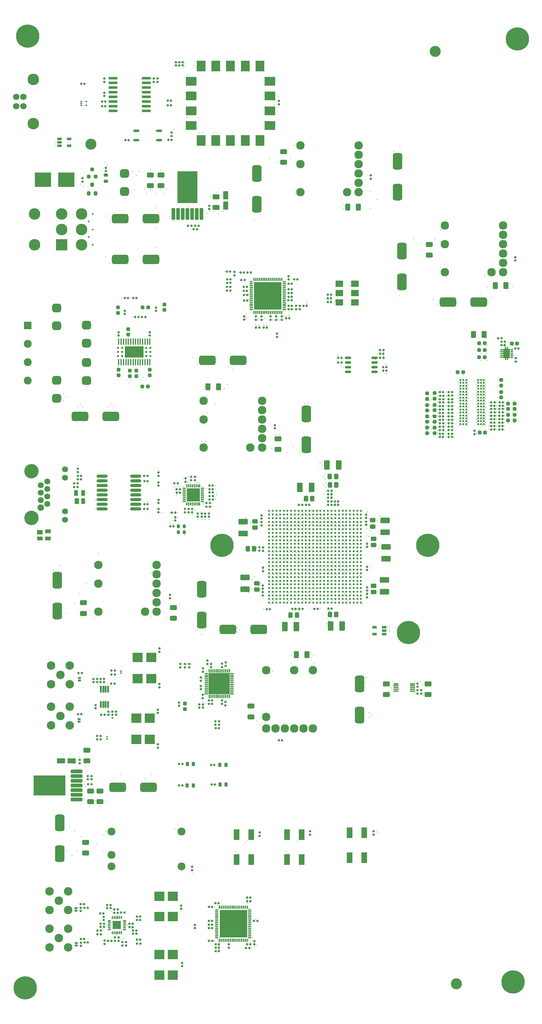
<source format=gts>
%FSTAX23Y23*%
%MOIN*%
%SFA1B1*%

%IPPOS*%
%AMD95*
4,1,8,-0.023500,0.019500,-0.023500,-0.019500,-0.013500,-0.029500,0.013500,-0.029500,0.023500,-0.019500,0.023500,0.019500,0.013500,0.029500,-0.013500,0.029500,-0.023500,0.019500,0.0*
1,1,0.019913,-0.013500,0.019500*
1,1,0.019913,-0.013500,-0.019500*
1,1,0.019913,0.013500,-0.019500*
1,1,0.019913,0.013500,0.019500*
%
%AMD98*
4,1,8,-0.051200,0.062000,-0.051200,-0.062000,-0.024600,-0.088600,0.024600,-0.088600,0.051200,-0.062000,0.051200,0.062000,0.024600,0.088600,-0.024600,0.088600,-0.051200,0.062000,0.0*
1,1,0.053213,-0.024600,0.062000*
1,1,0.053213,-0.024600,-0.062000*
1,1,0.053213,0.024600,-0.062000*
1,1,0.053213,0.024600,0.062000*
%
%AMD99*
4,1,8,-0.004000,-0.012000,0.004000,-0.012000,0.012000,-0.004000,0.012000,0.004000,0.004000,0.012000,-0.004000,0.012000,-0.012000,0.004000,-0.012000,-0.004000,-0.004000,-0.012000,0.0*
1,1,0.016000,-0.004000,-0.004000*
1,1,0.016000,0.004000,-0.004000*
1,1,0.016000,0.004000,0.004000*
1,1,0.016000,-0.004000,0.004000*
%
%AMD101*
4,1,8,-0.020300,0.051500,-0.020300,-0.051500,-0.008800,-0.063000,0.008800,-0.063000,0.020300,-0.051500,0.020300,0.051500,0.008800,0.063000,-0.008800,0.063000,-0.020300,0.051500,0.0*
1,1,0.023031,-0.008800,0.051500*
1,1,0.023031,-0.008800,-0.051500*
1,1,0.023031,0.008800,-0.051500*
1,1,0.023031,0.008800,0.051500*
%
%AMD103*
4,1,8,0.025500,-0.027500,0.025500,0.027500,0.015500,0.037500,-0.015500,0.037500,-0.025500,0.027500,-0.025500,-0.027500,-0.015500,-0.037500,0.015500,-0.037500,0.025500,-0.027500,0.0*
1,1,0.019976,0.015500,-0.027500*
1,1,0.019976,0.015500,0.027500*
1,1,0.019976,-0.015500,0.027500*
1,1,0.019976,-0.015500,-0.027500*
%
%AMD104*
4,1,8,0.012000,-0.004000,0.012000,0.004000,0.004000,0.012000,-0.004000,0.012000,-0.012000,0.004000,-0.012000,-0.004000,-0.004000,-0.012000,0.004000,-0.012000,0.012000,-0.004000,0.0*
1,1,0.016000,0.004000,-0.004000*
1,1,0.016000,0.004000,0.004000*
1,1,0.016000,-0.004000,0.004000*
1,1,0.016000,-0.004000,-0.004000*
%
%AMD105*
4,1,8,0.027500,0.025500,-0.027500,0.025500,-0.037500,0.015500,-0.037500,-0.015500,-0.027500,-0.025500,0.027500,-0.025500,0.037500,-0.015500,0.037500,0.015500,0.027500,0.025500,0.0*
1,1,0.019976,0.027500,0.015500*
1,1,0.019976,-0.027500,0.015500*
1,1,0.019976,-0.027500,-0.015500*
1,1,0.019976,0.027500,-0.015500*
%
%AMD107*
4,1,8,0.068900,0.068900,-0.068900,0.068900,-0.068900,0.068900,-0.068900,-0.068900,-0.068900,-0.068900,0.068900,-0.068900,0.068900,-0.068900,0.068900,0.068900,0.068900,0.068900,0.0*
1,1,0.000000,0.068900,0.068900*
1,1,0.000000,-0.068900,0.068900*
1,1,0.000000,-0.068900,-0.068900*
1,1,0.000000,0.068900,-0.068900*
%
%AMD114*
4,1,8,0.062000,0.051200,-0.062000,0.051200,-0.088600,0.024600,-0.088600,-0.024600,-0.062000,-0.051200,0.062000,-0.051200,0.088600,-0.024600,0.088600,0.024600,0.062000,0.051200,0.0*
1,1,0.053213,0.062000,0.024600*
1,1,0.053213,-0.062000,0.024600*
1,1,0.053213,-0.062000,-0.024600*
1,1,0.053213,0.062000,-0.024600*
%
%AMD115*
4,1,8,0.031500,-0.037400,0.031500,0.037400,0.017700,0.051200,-0.017700,0.051200,-0.031500,0.037400,-0.031500,-0.037400,-0.017700,-0.051200,0.017700,-0.051200,0.031500,-0.037400,0.0*
1,1,0.027622,0.017700,-0.037400*
1,1,0.027622,0.017700,0.037400*
1,1,0.027622,-0.017700,0.037400*
1,1,0.027622,-0.017700,-0.037400*
%
%AMD116*
4,1,8,0.037400,0.031500,-0.037400,0.031500,-0.051200,0.017700,-0.051200,-0.017700,-0.037400,-0.031500,0.037400,-0.031500,0.051200,-0.017700,0.051200,0.017700,0.037400,0.031500,0.0*
1,1,0.027622,0.037400,0.017700*
1,1,0.027622,-0.037400,0.017700*
1,1,0.027622,-0.037400,-0.017700*
1,1,0.027622,0.037400,-0.017700*
%
%AMD117*
4,1,8,0.019500,0.023500,-0.019500,0.023500,-0.029500,0.013500,-0.029500,-0.013500,-0.019500,-0.023500,0.019500,-0.023500,0.029500,-0.013500,0.029500,0.013500,0.019500,0.023500,0.0*
1,1,0.019913,0.019500,0.013500*
1,1,0.019913,-0.019500,0.013500*
1,1,0.019913,-0.019500,-0.013500*
1,1,0.019913,0.019500,-0.013500*
%
%AMD119*
4,1,8,-0.014600,0.002800,-0.014600,-0.002800,-0.009900,-0.007500,0.009900,-0.007500,0.014600,-0.002800,0.014600,0.002800,0.009900,0.007500,-0.009900,0.007500,-0.014600,0.002800,0.0*
1,1,0.009386,-0.009900,0.002800*
1,1,0.009386,-0.009900,-0.002800*
1,1,0.009386,0.009900,-0.002800*
1,1,0.009386,0.009900,0.002800*
%
%AMD120*
4,1,8,-0.035200,0.045600,-0.035200,-0.045600,-0.030900,-0.050000,0.030900,-0.050000,0.035200,-0.045600,0.035200,0.045600,0.030900,0.050000,-0.030900,0.050000,-0.035200,0.045600,0.0*
1,1,0.008764,-0.030900,0.045600*
1,1,0.008764,-0.030900,-0.045600*
1,1,0.008764,0.030900,-0.045600*
1,1,0.008764,0.030900,0.045600*
%
%AMD122*
4,1,8,0.019000,-0.011600,0.019000,0.011600,0.011100,0.019500,-0.011100,0.019500,-0.019000,0.011600,-0.019000,-0.011600,-0.011100,-0.019500,0.011100,-0.019500,0.019000,-0.011600,0.0*
1,1,0.015898,0.011100,-0.011600*
1,1,0.015898,0.011100,0.011600*
1,1,0.015898,-0.011100,0.011600*
1,1,0.015898,-0.011100,-0.011600*
%
%AMD123*
4,1,8,0.011600,0.019000,-0.011600,0.019000,-0.019500,0.011100,-0.019500,-0.011100,-0.011600,-0.019000,0.011600,-0.019000,0.019500,-0.011100,0.019500,0.011100,0.011600,0.019000,0.0*
1,1,0.015898,0.011600,0.011100*
1,1,0.015898,-0.011600,0.011100*
1,1,0.015898,-0.011600,-0.011100*
1,1,0.015898,0.011600,-0.011100*
%
%AMD125*
4,1,8,-0.011800,-0.017700,0.011800,-0.017700,0.021700,-0.007900,0.021700,0.007900,0.011800,0.017700,-0.011800,0.017700,-0.021700,0.007900,-0.021700,-0.007900,-0.011800,-0.017700,0.0*
1,1,0.019748,-0.011800,-0.007900*
1,1,0.019748,0.011800,-0.007900*
1,1,0.019748,0.011800,0.007900*
1,1,0.019748,-0.011800,0.007900*
%
%AMD126*
4,1,8,-0.012600,-0.020500,0.012600,-0.020500,0.018500,-0.014600,0.018500,0.014600,0.012600,0.020500,-0.012600,0.020500,-0.018500,0.014600,-0.018500,-0.014600,-0.012600,-0.020500,0.0*
1,1,0.011811,-0.012600,-0.014600*
1,1,0.011811,0.012600,-0.014600*
1,1,0.011811,0.012600,0.014600*
1,1,0.011811,-0.012600,0.014600*
%
%AMD127*
4,1,8,-0.007900,-0.022400,0.007900,-0.022400,0.018500,-0.011800,0.018500,0.011800,0.007900,0.022400,-0.007900,0.022400,-0.018500,0.011800,-0.018500,-0.011800,-0.007900,-0.022400,0.0*
1,1,0.021260,-0.007900,-0.011800*
1,1,0.021260,0.007900,-0.011800*
1,1,0.021260,0.007900,0.011800*
1,1,0.021260,-0.007900,0.011800*
%
%AMD130*
4,1,8,0.006400,0.019500,-0.006400,0.019500,-0.015600,0.010300,-0.015600,-0.010300,-0.006400,-0.019500,0.006400,-0.019500,0.015600,-0.010300,0.015600,0.010300,0.006400,0.019500,0.0*
1,1,0.018307,0.006400,0.010300*
1,1,0.018307,-0.006400,0.010300*
1,1,0.018307,-0.006400,-0.010300*
1,1,0.018307,0.006400,-0.010300*
%
%AMD132*
4,1,8,-0.023200,-0.046500,0.023200,-0.046500,0.048500,-0.021300,0.048500,0.021300,0.023200,0.046500,-0.023200,0.046500,-0.048500,0.021300,-0.048500,-0.021300,-0.023200,-0.046500,0.0*
1,1,0.050520,-0.023200,-0.021300*
1,1,0.050520,0.023200,-0.021300*
1,1,0.050520,0.023200,0.021300*
1,1,0.050520,-0.023200,0.021300*
%
%AMD137*
4,1,8,-0.051500,-0.020300,0.051500,-0.020300,0.063000,-0.008800,0.063000,0.008800,0.051500,0.020300,-0.051500,0.020300,-0.063000,0.008800,-0.063000,-0.008800,-0.051500,-0.020300,0.0*
1,1,0.023031,-0.051500,-0.008800*
1,1,0.023031,0.051500,-0.008800*
1,1,0.023031,0.051500,0.008800*
1,1,0.023031,-0.051500,0.008800*
%
%AMD144*
4,1,8,0.015700,-0.005900,0.015700,0.005900,0.011800,0.009800,-0.011800,0.009800,-0.015700,0.005900,-0.015700,-0.005900,-0.011800,-0.009800,0.011800,-0.009800,0.015700,-0.005900,0.0*
1,1,0.007874,0.011800,-0.005900*
1,1,0.007874,0.011800,0.005900*
1,1,0.007874,-0.011800,0.005900*
1,1,0.007874,-0.011800,-0.005900*
%
%AMD153*
4,1,8,-0.010800,0.003000,-0.010800,-0.003000,-0.005900,-0.007900,0.005900,-0.007900,0.010800,-0.003000,0.010800,0.003000,0.005900,0.007900,-0.005900,0.007900,-0.010800,0.003000,0.0*
1,1,0.009843,-0.005900,0.003000*
1,1,0.009843,-0.005900,-0.003000*
1,1,0.009843,0.005900,-0.003000*
1,1,0.009843,0.005900,0.003000*
%
%AMD157*
4,1,8,0.017700,-0.011800,0.017700,0.011800,0.007900,0.021700,-0.007900,0.021700,-0.017700,0.011800,-0.017700,-0.011800,-0.007900,-0.021700,0.007900,-0.021700,0.017700,-0.011800,0.0*
1,1,0.019748,0.007900,-0.011800*
1,1,0.019748,0.007900,0.011800*
1,1,0.019748,-0.007900,0.011800*
1,1,0.019748,-0.007900,-0.011800*
%
%AMD166*
4,1,8,0.032000,-0.016000,0.032000,0.016000,0.016000,0.032000,-0.016000,0.032000,-0.032000,0.016000,-0.032000,-0.016000,-0.016000,-0.032000,0.016000,-0.032000,0.032000,-0.016000,0.0*
%
%ADD31R,0.203149X0.122047*%
%ADD36C,0.085000*%
%ADD94C,0.021654*%
G04~CAMADD=95~8~0.0~0.0~590.0~470.0~99.6~0.0~15~0.0~0.0~0.0~0.0~0~0.0~0.0~0.0~0.0~0~0.0~0.0~0.0~90.0~470.0~590.0*
%ADD95D95*%
%ADD96R,0.060630X0.113779*%
%ADD97C,0.090512*%
G04~CAMADD=98~8~0.0~0.0~1772.3~1024.3~266.1~0.0~15~0.0~0.0~0.0~0.0~0~0.0~0.0~0.0~0.0~0~0.0~0.0~0.0~90.0~1024.0~1772.0*
%ADD98D98*%
G04~CAMADD=99~8~0.0~0.0~240.0~240.0~80.0~0.0~15~0.0~0.0~0.0~0.0~0~0.0~0.0~0.0~0.0~0~0.0~0.0~0.0~180.0~240.0~240.0*
%ADD99D99*%
%ADD100R,0.046850X0.029134*%
G04~CAMADD=101~8~0.0~0.0~1259.8~405.5~115.2~0.0~15~0.0~0.0~0.0~0.0~0~0.0~0.0~0.0~0.0~0~0.0~0.0~0.0~90.0~406.0~1260.0*
%ADD101D101*%
%ADD102R,0.216141X0.341732*%
G04~CAMADD=103~8~0.0~0.0~750.0~510.0~99.9~0.0~15~0.0~0.0~0.0~0.0~0~0.0~0.0~0.0~0.0~0~0.0~0.0~0.0~270.0~510.0~750.0*
%ADD103D103*%
G04~CAMADD=104~8~0.0~0.0~240.0~240.0~80.0~0.0~15~0.0~0.0~0.0~0.0~0~0.0~0.0~0.0~0.0~0~0.0~0.0~0.0~270.0~240.0~240.0*
%ADD104D104*%
G04~CAMADD=105~8~0.0~0.0~750.0~510.0~99.9~0.0~15~0.0~0.0~0.0~0.0~0~0.0~0.0~0.0~0.0~0~0.0~0.0~0.0~0.0~750.0~510.0*
%ADD105D105*%
%ADD106R,0.035496X0.013842*%
G04~CAMADD=107~8~0.0~0.0~1378.6~1378.6~0.0~0.0~15~0.0~0.0~0.0~0.0~0~0.0~0.0~0.0~0.0~0~0.0~0.0~0.0~0.0~1378.6~1378.6*
%ADD107D107*%
%ADD108R,0.013842X0.035496*%
%ADD109O,0.037008X0.014567*%
%ADD110O,0.014567X0.037008*%
%ADD111R,0.296850X0.296850*%
%ADD112R,0.082283X0.066535*%
%ADD113O,0.057149X0.015811*%
G04~CAMADD=114~8~0.0~0.0~1772.3~1024.3~266.1~0.0~15~0.0~0.0~0.0~0.0~0~0.0~0.0~0.0~0.0~0~0.0~0.0~0.0~0.0~1772.3~1024.3*
%ADD114D114*%
G04~CAMADD=115~8~0.0~0.0~1024.3~630.6~138.1~0.0~15~0.0~0.0~0.0~0.0~0~0.0~0.0~0.0~0.0~0~0.0~0.0~0.0~270.0~630.0~1024.0*
%ADD115D115*%
G04~CAMADD=116~8~0.0~0.0~1024.3~630.6~138.1~0.0~15~0.0~0.0~0.0~0.0~0~0.0~0.0~0.0~0.0~0~0.0~0.0~0.0~0.0~1024.3~630.6*
%ADD116D116*%
G04~CAMADD=117~8~0.0~0.0~590.0~470.0~99.6~0.0~15~0.0~0.0~0.0~0.0~0~0.0~0.0~0.0~0.0~0~0.0~0.0~0.0~0.0~590.0~470.0*
%ADD117D117*%
%ADD118R,0.057149X0.090614*%
G04~CAMADD=119~8~0.0~0.0~149.6~291.3~46.9~0.0~15~0.0~0.0~0.0~0.0~0~0.0~0.0~0.0~0.0~0~0.0~0.0~0.0~90.0~292.0~151.0*
%ADD119D119*%
G04~CAMADD=120~8~0.0~0.0~1000.0~704.7~43.8~0.0~15~0.0~0.0~0.0~0.0~0~0.0~0.0~0.0~0.0~0~0.0~0.0~0.0~90.0~705.0~1000.0*
%ADD120D120*%
%ADD121C,0.021716*%
G04~CAMADD=122~8~0.0~0.0~390.0~380.0~79.5~0.0~15~0.0~0.0~0.0~0.0~0~0.0~0.0~0.0~0.0~0~0.0~0.0~0.0~270.0~380.0~390.0*
%ADD122D122*%
G04~CAMADD=123~8~0.0~0.0~390.0~380.0~79.5~0.0~15~0.0~0.0~0.0~0.0~0~0.0~0.0~0.0~0.0~0~0.0~0.0~0.0~0.0~390.0~380.0*
%ADD123D123*%
%ADD124O,0.068960X0.027622*%
G04~CAMADD=125~8~0.0~0.0~433.7~355.0~98.7~0.0~15~0.0~0.0~0.0~0.0~0~0.0~0.0~0.0~0.0~0~0.0~0.0~0.0~180.0~434.0~355.0*
%ADD125D125*%
G04~CAMADD=126~8~0.0~0.0~370.1~409.4~59.1~0.0~15~0.0~0.0~0.0~0.0~0~0.0~0.0~0.0~0.0~0~0.0~0.0~0.0~180.0~371.0~410.0*
%ADD126D126*%
G04~CAMADD=127~8~0.0~0.0~370.1~448.8~106.3~0.0~15~0.0~0.0~0.0~0.0~0~0.0~0.0~0.0~0.0~0~0.0~0.0~0.0~180.0~370.0~448.0*
%ADD127D127*%
%ADD128R,0.115748X0.096063*%
%ADD129R,0.096063X0.115748*%
G04~CAMADD=130~8~0.0~0.0~311.0~389.8~91.5~0.0~15~0.0~0.0~0.0~0.0~0~0.0~0.0~0.0~0.0~0~0.0~0.0~0.0~0.0~311.0~389.8*
%ADD130D130*%
%ADD131O,0.015811X0.066992*%
G04~CAMADD=132~8~0.0~0.0~969.8~930.4~252.6~0.0~15~0.0~0.0~0.0~0.0~0~0.0~0.0~0.0~0.0~0~0.0~0.0~0.0~180.0~970.0~930.0*
%ADD132D132*%
%ADD133R,0.051244X0.059118*%
%ADD134R,0.043370X0.059118*%
%ADD135R,0.059118X0.051244*%
%ADD136R,0.059118X0.043370*%
G04~CAMADD=137~8~0.0~0.0~1259.8~405.5~115.2~0.0~15~0.0~0.0~0.0~0.0~0~0.0~0.0~0.0~0.0~0~0.0~0.0~0.0~180.0~1260.0~405.0*
%ADD137D137*%
%ADD138R,0.341732X0.216141*%
%ADD139R,0.106362X0.102425*%
%ADD140R,0.296850X0.296850*%
%ADD141R,0.088582X0.088582*%
%ADD142O,0.013780X0.037401*%
%ADD143O,0.037401X0.013780*%
G04~CAMADD=144~8~0.0~0.0~196.9~315.0~39.4~0.0~15~0.0~0.0~0.0~0.0~0~0.0~0.0~0.0~0.0~0~0.0~0.0~0.0~270.0~314.0~196.0*
%ADD144D144*%
%ADD145O,0.016535X0.038976*%
%ADD146O,0.038976X0.016535*%
%ADD147R,0.225984X0.225984*%
%ADD148O,0.021260X0.076378*%
%ADD149R,0.022000X0.016000*%
%ADD150C,0.118110*%
%ADD151O,0.119000X0.034000*%
%ADD152R,0.175000X0.158000*%
G04~CAMADD=153~8~0.0~0.0~157.5~216.5~49.2~0.0~15~0.0~0.0~0.0~0.0~0~0.0~0.0~0.0~0.0~0~0.0~0.0~0.0~90.0~218.0~157.0*
%ADD153D153*%
%ADD154R,0.090614X0.057149*%
%ADD155O,0.066992X0.027622*%
%ADD156R,0.096023X0.027520*%
G04~CAMADD=157~8~0.0~0.0~433.7~355.0~98.7~0.0~15~0.0~0.0~0.0~0.0~0~0.0~0.0~0.0~0.0~0~0.0~0.0~0.0~270.0~356.0~434.0*
%ADD157D157*%
%ADD158C,0.249606*%
%ADD159C,0.027622*%
%ADD160C,0.090614*%
%ADD161C,0.084449*%
%ADD162R,0.084449X0.084449*%
%ADD163C,0.123622*%
%ADD164C,0.068504*%
%ADD165C,0.154000*%
G04~CAMADD=166~4~0.0~0.0~640.0~640.0~0.0~160.0~0~0.0~0.0~0.0~0.0~0~0.0~0.0~0.0~0.0~0~0.0~0.0~0.0~270.0~640.0~640.0*
%ADD166D166*%
%ADD167C,0.064000*%
%ADD168R,0.123622X0.123622*%
%ADD169C,0.123512*%
%ADD170C,0.011000*%
%ADD171C,0.019000*%
%ADD172C,0.024000*%
%ADD173C,0.023685*%
%LNprob_s7cas_pcb-1*%
%LPD*%
G36*
X05407Y07086D02*
X05407D01*
X05407Y07086*
X05407Y07086*
X05407Y07086*
X05407Y07086*
X05407Y07086*
X05407Y07086*
X05407Y07086*
X05407Y07086*
X05408Y07086*
X05408Y07086*
X05408Y07086*
X05408Y07086*
X05409Y07086*
X05409Y07086*
X05409Y07086*
X05409Y07086*
X05409Y07085*
X05409Y07085*
X05409Y07085*
X0541Y07085*
X0541Y07085*
X0541Y07085*
X0541Y07084*
X0541Y07084*
X0541Y07084*
X0541Y07084*
X0541Y07084*
X0541Y07084*
X0541Y07084*
X0541Y07084*
X05411Y07083*
X05411Y07083*
X05411Y07083*
X05411Y07083*
X05411Y07083*
X05411Y07083*
X05411Y07082*
X05411Y07082*
X05411Y07082*
Y07082*
X05411Y07082*
Y06951*
X05411Y06951*
Y06951*
X05411Y06951*
X05411Y06951*
X05411Y06951*
X05411Y06951*
X05411Y06951*
X05411Y06951*
X05411Y0695*
X05411Y0695*
X0541Y0695*
X0541Y06949*
X0541Y06949*
X0541Y06949*
X0541Y06949*
X0541Y06949*
X0541Y06949*
X0541Y06949*
X0541Y06949*
X0541Y06949*
X0541Y06949*
X05409Y06948*
X05409Y06948*
X05409Y06948*
X05409Y06948*
X05409Y06948*
X05409Y06948*
X05409Y06948*
X05408Y06948*
X05408Y06948*
X05408Y06948*
X05408Y06948*
X05407Y06947*
X05407Y06947*
X05407Y06947*
X05407Y06947*
X05407Y06947*
X05407Y06947*
X05407Y06947*
X05407Y06947*
X05407Y06947*
X05407*
X05406Y06947*
X054*
X054Y06947*
X054*
X05399Y06947*
X05399Y06947*
X05399Y06947*
X05399Y06947*
X05399Y06947*
X05399Y06947*
X05399Y06947*
X05399Y06947*
X05398Y06948*
X05398Y06948*
X05398Y06948*
X05398Y06948*
X05398Y06948*
X05397Y06948*
X05397Y06948*
X05397Y06948*
X05397Y06948*
X05397Y06948*
X05397Y06948*
X05396Y06949*
X05396Y06949*
X05396Y06949*
X05396Y06949*
X05396Y06949*
X05396Y06949*
X05396Y06949*
X05396Y06949*
X05396Y06949*
X05396Y06949*
X05396Y0695*
X05396Y0695*
X05396Y0695*
X05396Y06951*
X05395Y06951*
X05395Y06951*
X05395Y06951*
X05395Y06951*
X05395Y06951*
X05395Y06951*
Y06951*
X05395Y06951*
Y07082*
X05395Y07082*
Y07082*
X05395Y07082*
X05395Y07082*
X05395Y07083*
X05395Y07083*
X05395Y07083*
X05396Y07083*
X05396Y07083*
X05396Y07083*
X05396Y07084*
X05396Y07084*
X05396Y07084*
X05396Y07084*
X05396Y07084*
X05396Y07084*
X05396Y07084*
X05396Y07084*
X05396Y07085*
X05396Y07085*
X05396Y07085*
X05397Y07085*
X05397Y07085*
X05397Y07085*
X05397Y07086*
X05397Y07086*
X05397Y07086*
X05398Y07086*
X05398Y07086*
X05398Y07086*
X05398Y07086*
X05398Y07086*
X05399Y07086*
X05399Y07086*
X05399Y07086*
X05399Y07086*
X05399Y07086*
X05399Y07086*
X05399Y07086*
X05399Y07086*
X054Y07086*
X054*
X054Y07086*
X05406*
X05407Y07086*
G37*
G36*
X05387D02*
X05387D01*
X05387Y07086*
X05387Y07086*
X05387Y07086*
X05387Y07086*
X05387Y07086*
X05388Y07086*
X05388Y07086*
X05388Y07086*
X05389Y07086*
X05389Y07086*
X05389Y07086*
X05389Y07086*
X05389Y07086*
X05389Y07086*
X05389Y07086*
X05389Y07086*
X05389Y07085*
X05389Y07085*
X05389Y07085*
X0539Y07085*
X0539Y07085*
X0539Y07085*
X0539Y07084*
X0539Y07084*
X0539Y07084*
X0539Y07084*
X0539Y07084*
X0539Y07084*
X05391Y07084*
X05391Y07084*
X05391Y07083*
X05391Y07083*
X05391Y07083*
X05391Y07083*
X05391Y07083*
X05391Y07083*
X05391Y07082*
X05391Y07082*
X05391Y07082*
Y07082*
X05391Y07082*
Y06951*
X05391Y06951*
Y06951*
X05391Y06951*
X05391Y06951*
X05391Y06951*
X05391Y06951*
X05391Y06951*
X05391Y06951*
X05391Y0695*
X05391Y0695*
X05391Y0695*
X05391Y06949*
X0539Y06949*
X0539Y06949*
X0539Y06949*
X0539Y06949*
X0539Y06949*
X0539Y06949*
X0539Y06949*
X0539Y06949*
X0539Y06949*
X05389Y06948*
X05389Y06948*
X05389Y06948*
X05389Y06948*
X05389Y06948*
X05389Y06948*
X05389Y06948*
X05389Y06948*
X05389Y06948*
X05389Y06948*
X05389Y06948*
X05388Y06947*
X05388Y06947*
X05388Y06947*
X05387Y06947*
X05387Y06947*
X05387Y06947*
X05387Y06947*
X05387Y06947*
X05387Y06947*
X05387*
X05387Y06947*
X0538*
X0538Y06947*
X0538*
X0538Y06947*
X0538Y06947*
X05379Y06947*
X05379Y06947*
X05379Y06947*
X05379Y06947*
X05379Y06947*
X05379Y06947*
X05378Y06948*
X05378Y06948*
X05378Y06948*
X05378Y06948*
X05378Y06948*
X05378Y06948*
X05378Y06948*
X05378Y06948*
X05378Y06948*
X05377Y06948*
X05377Y06948*
X05377Y06949*
X05377Y06949*
X05377Y06949*
X05377Y06949*
X05377Y06949*
X05376Y06949*
X05376Y06949*
X05376Y06949*
X05376Y06949*
X05376Y06949*
X05376Y0695*
X05376Y0695*
X05376Y0695*
X05376Y06951*
X05376Y06951*
X05376Y06951*
X05376Y06951*
X05376Y06951*
X05376Y06951*
X05376Y06951*
Y06951*
X05376Y06951*
Y07082*
X05376Y07082*
Y07082*
X05376Y07082*
X05376Y07082*
X05376Y07083*
X05376Y07083*
X05376Y07083*
X05376Y07083*
X05376Y07083*
X05376Y07083*
X05376Y07084*
X05376Y07084*
X05376Y07084*
X05376Y07084*
X05376Y07084*
X05376Y07084*
X05377Y07084*
X05377Y07084*
X05377Y07085*
X05377Y07085*
X05377Y07085*
X05377Y07085*
X05377Y07085*
X05378Y07085*
X05378Y07086*
X05378Y07086*
X05378Y07086*
X05378Y07086*
X05378Y07086*
X05378Y07086*
X05378Y07086*
X05378Y07086*
X05379Y07086*
X05379Y07086*
X05379Y07086*
X05379Y07086*
X05379Y07086*
X05379Y07086*
X0538Y07086*
X0538Y07086*
X0538Y07086*
X0538*
X0538Y07086*
X05387*
X05387Y07086*
G37*
G54D31*
X01407Y07033D03*
G54D36*
X01912Y01525D03*
X01162D03*
Y0165D03*
X01912Y019D03*
X01162D03*
G54D94*
X0285Y05332D03*
Y05293D03*
Y05214D03*
Y05254D03*
Y05175D03*
Y05136D03*
Y05057D03*
Y05017D03*
Y04978D03*
Y04899D03*
Y04939D03*
Y05096D03*
Y0486D03*
Y04821D03*
Y04781D03*
Y04742D03*
Y04663D03*
Y04702D03*
Y04624D03*
Y04466D03*
Y04427D03*
Y04506D03*
Y04545D03*
Y04584D03*
Y04388D03*
Y04348D03*
X0289Y05332D03*
Y05293D03*
Y05254D03*
Y05214D03*
Y05175D03*
Y05136D03*
Y05096D03*
Y05057D03*
Y05017D03*
Y04978D03*
Y04939D03*
Y04899D03*
Y0486D03*
Y04821D03*
Y04781D03*
Y04742D03*
Y04702D03*
Y04663D03*
Y04624D03*
Y04584D03*
Y04545D03*
Y04506D03*
Y04466D03*
Y04427D03*
Y04388D03*
Y04348D03*
X02929Y05332D03*
Y05293D03*
Y05254D03*
Y05214D03*
Y05175D03*
Y05136D03*
Y05096D03*
Y05057D03*
Y05017D03*
Y04978D03*
Y04939D03*
Y04899D03*
Y0486D03*
Y04821D03*
Y04781D03*
Y04742D03*
Y04702D03*
Y04663D03*
Y04624D03*
Y04584D03*
Y04545D03*
Y04506D03*
Y04466D03*
Y04427D03*
Y04388D03*
Y04348D03*
X02968Y05332D03*
Y05293D03*
Y05254D03*
Y05214D03*
Y05175D03*
Y05136D03*
Y05096D03*
Y05057D03*
Y05017D03*
Y04978D03*
Y04939D03*
Y04899D03*
Y0486D03*
Y04821D03*
Y04781D03*
Y04742D03*
Y04702D03*
Y04663D03*
Y04624D03*
Y04584D03*
Y04545D03*
Y04506D03*
Y04466D03*
Y04427D03*
Y04388D03*
Y04348D03*
X03008Y05332D03*
Y05293D03*
Y05254D03*
Y05214D03*
Y05175D03*
Y05136D03*
Y05096D03*
Y05057D03*
Y05017D03*
Y04978D03*
Y04939D03*
Y04899D03*
Y0486D03*
Y04821D03*
Y04781D03*
Y04742D03*
Y04702D03*
Y04663D03*
Y04624D03*
Y04584D03*
Y04545D03*
Y04506D03*
Y04466D03*
Y04427D03*
Y04388D03*
Y04348D03*
X03047Y05332D03*
Y05293D03*
Y05254D03*
Y05214D03*
Y05175D03*
Y05136D03*
Y05096D03*
Y05057D03*
Y05017D03*
Y04978D03*
Y04939D03*
Y04899D03*
Y0486D03*
Y04821D03*
Y04781D03*
Y04742D03*
Y04702D03*
Y04663D03*
Y04624D03*
Y04584D03*
Y04545D03*
Y04506D03*
Y04466D03*
Y04427D03*
Y04388D03*
Y04348D03*
X03086Y05332D03*
Y05293D03*
Y05254D03*
Y05214D03*
Y05175D03*
Y05136D03*
Y05096D03*
Y05057D03*
Y05017D03*
Y04978D03*
Y04939D03*
Y04899D03*
Y0486D03*
Y04821D03*
Y04781D03*
Y04742D03*
Y04702D03*
Y04663D03*
Y04624D03*
Y04584D03*
Y04545D03*
Y04506D03*
Y04466D03*
Y04427D03*
Y04388D03*
Y04348D03*
X03126Y05332D03*
Y05293D03*
Y05254D03*
Y05214D03*
Y05175D03*
Y05136D03*
Y05096D03*
Y05057D03*
Y05017D03*
Y04978D03*
Y04939D03*
Y04899D03*
Y0486D03*
Y04821D03*
Y04781D03*
Y04742D03*
Y04702D03*
Y04663D03*
Y04624D03*
Y04584D03*
Y04545D03*
Y04506D03*
Y04466D03*
Y04427D03*
Y04388D03*
Y04348D03*
X03165Y05332D03*
Y05293D03*
Y05254D03*
Y05214D03*
Y05175D03*
Y05136D03*
Y05096D03*
Y05057D03*
Y05017D03*
Y04978D03*
Y04939D03*
Y04899D03*
Y0486D03*
Y04821D03*
Y04781D03*
Y04742D03*
Y04702D03*
Y04663D03*
Y04624D03*
Y04584D03*
Y04545D03*
Y04506D03*
Y04466D03*
Y04427D03*
Y04388D03*
Y04348D03*
X03205Y05332D03*
Y05293D03*
Y05254D03*
Y05214D03*
Y05175D03*
Y05136D03*
Y05096D03*
Y05057D03*
Y05017D03*
Y04978D03*
Y04939D03*
Y04899D03*
Y0486D03*
Y04821D03*
Y04781D03*
Y04742D03*
Y04702D03*
Y04663D03*
Y04624D03*
Y04584D03*
Y04545D03*
Y04506D03*
Y04466D03*
Y04427D03*
Y04388D03*
Y04348D03*
X03244Y05332D03*
Y05293D03*
Y05254D03*
Y05214D03*
Y05175D03*
Y05136D03*
Y05096D03*
Y05057D03*
Y05017D03*
Y04978D03*
Y04939D03*
Y04899D03*
Y0486D03*
Y04821D03*
Y04781D03*
Y04742D03*
Y04702D03*
Y04663D03*
Y04624D03*
Y04584D03*
Y04545D03*
Y04506D03*
Y04466D03*
Y04427D03*
Y04388D03*
Y04348D03*
X03283Y05332D03*
Y05293D03*
Y05254D03*
Y05214D03*
Y05175D03*
Y05136D03*
Y05096D03*
Y05057D03*
Y05017D03*
Y04978D03*
Y04939D03*
Y04899D03*
Y0486D03*
Y04821D03*
Y04781D03*
Y04742D03*
Y04702D03*
Y04663D03*
Y04624D03*
Y04584D03*
Y04545D03*
Y04506D03*
Y04466D03*
Y04427D03*
Y04388D03*
Y04348D03*
X03323Y05332D03*
Y05293D03*
Y05254D03*
Y05214D03*
Y05175D03*
Y05136D03*
Y05096D03*
Y05057D03*
Y05017D03*
Y04978D03*
Y04939D03*
Y04899D03*
Y0486D03*
Y04821D03*
Y04781D03*
Y04742D03*
Y04702D03*
Y04663D03*
Y04624D03*
Y04584D03*
Y04545D03*
Y04506D03*
Y04466D03*
Y04427D03*
Y04388D03*
Y04348D03*
X03362Y05332D03*
Y05293D03*
Y05254D03*
Y05214D03*
Y05175D03*
Y05136D03*
Y05096D03*
Y05057D03*
Y05017D03*
Y04978D03*
Y04939D03*
Y04899D03*
Y0486D03*
Y04821D03*
Y04781D03*
Y04742D03*
Y04702D03*
Y04663D03*
Y04624D03*
Y04584D03*
Y04545D03*
Y04506D03*
Y04466D03*
Y04427D03*
Y04388D03*
Y04348D03*
X03401Y05332D03*
Y05293D03*
Y05254D03*
Y05214D03*
Y05175D03*
Y05136D03*
Y05096D03*
Y05057D03*
Y05017D03*
Y04978D03*
Y04939D03*
Y04899D03*
Y0486D03*
Y04821D03*
Y04781D03*
Y04742D03*
Y04702D03*
Y04663D03*
Y04624D03*
Y04584D03*
Y04545D03*
Y04506D03*
Y04466D03*
Y04427D03*
Y04388D03*
Y04348D03*
X03441Y05332D03*
Y05293D03*
Y05254D03*
Y05214D03*
Y05175D03*
Y05136D03*
Y05096D03*
Y05057D03*
Y05017D03*
Y04978D03*
Y04939D03*
Y04899D03*
Y0486D03*
Y04821D03*
Y04781D03*
Y04742D03*
Y04702D03*
Y04663D03*
Y04624D03*
Y04584D03*
Y04545D03*
Y04506D03*
Y04466D03*
Y04427D03*
Y04388D03*
Y04348D03*
X0348Y05332D03*
Y05293D03*
Y05254D03*
Y05214D03*
Y05175D03*
Y05136D03*
Y05096D03*
Y05057D03*
Y05017D03*
Y04978D03*
Y04939D03*
Y04899D03*
Y0486D03*
Y04821D03*
Y04781D03*
Y04742D03*
Y04702D03*
Y04663D03*
Y04624D03*
Y04584D03*
Y04545D03*
Y04506D03*
Y04466D03*
Y04427D03*
Y04388D03*
Y04348D03*
X03519Y05332D03*
Y05293D03*
Y05254D03*
Y05214D03*
Y05175D03*
Y05136D03*
Y05096D03*
Y05057D03*
Y05017D03*
Y04978D03*
Y04939D03*
Y04899D03*
Y0486D03*
Y04821D03*
Y04781D03*
Y04742D03*
Y04702D03*
Y04663D03*
Y04624D03*
Y04584D03*
Y04545D03*
Y04506D03*
Y04466D03*
Y04427D03*
Y04388D03*
Y04348D03*
X03559Y05332D03*
Y05293D03*
Y05254D03*
Y05214D03*
Y05175D03*
Y05136D03*
Y05096D03*
Y05057D03*
Y05017D03*
Y04978D03*
Y04939D03*
Y04899D03*
Y0486D03*
Y04821D03*
Y04781D03*
Y04742D03*
Y04702D03*
Y04663D03*
Y04624D03*
Y04584D03*
Y04545D03*
Y04506D03*
Y04466D03*
Y04427D03*
Y04388D03*
Y04348D03*
X03598Y05332D03*
Y05293D03*
Y05254D03*
Y05214D03*
Y05175D03*
Y05136D03*
Y05096D03*
Y05057D03*
Y05017D03*
Y04978D03*
Y04939D03*
Y04899D03*
Y0486D03*
Y04821D03*
Y04781D03*
Y04742D03*
Y04702D03*
Y04663D03*
Y04624D03*
Y04584D03*
Y04545D03*
Y04506D03*
Y04466D03*
Y04427D03*
Y04388D03*
Y04348D03*
X03638Y05332D03*
Y05293D03*
Y05254D03*
Y05214D03*
Y05175D03*
Y05136D03*
Y05096D03*
Y05057D03*
Y05017D03*
Y04978D03*
Y04939D03*
Y04899D03*
Y0486D03*
Y04821D03*
Y04781D03*
Y04742D03*
Y04702D03*
Y04663D03*
Y04624D03*
Y04584D03*
Y04545D03*
Y04506D03*
Y04466D03*
Y04427D03*
Y04388D03*
Y04348D03*
X03677Y05332D03*
Y05293D03*
Y05254D03*
Y05214D03*
Y05175D03*
Y05136D03*
Y05096D03*
Y05057D03*
Y05017D03*
Y04978D03*
Y04939D03*
Y04899D03*
Y0486D03*
Y04821D03*
Y04781D03*
Y04742D03*
Y04702D03*
Y04663D03*
Y04624D03*
Y04584D03*
Y04545D03*
Y04506D03*
Y04466D03*
Y04427D03*
Y04388D03*
Y04348D03*
X03716Y05332D03*
Y05293D03*
Y05254D03*
Y05214D03*
Y05175D03*
Y05136D03*
Y05096D03*
Y05057D03*
Y05017D03*
Y04978D03*
Y04939D03*
Y04899D03*
Y0486D03*
Y04821D03*
Y04781D03*
Y04742D03*
Y04702D03*
Y04663D03*
Y04624D03*
Y04584D03*
Y04545D03*
Y04506D03*
Y04466D03*
Y04427D03*
Y04388D03*
Y04348D03*
X03756Y05332D03*
Y05293D03*
Y05254D03*
Y05214D03*
Y05175D03*
Y05136D03*
Y05096D03*
Y05057D03*
Y05017D03*
Y04978D03*
Y04939D03*
Y04899D03*
Y0486D03*
Y04821D03*
Y04781D03*
Y04742D03*
Y04702D03*
Y04663D03*
Y04624D03*
Y04584D03*
Y04545D03*
Y04506D03*
Y04466D03*
Y04427D03*
Y04388D03*
Y04348D03*
X03795Y05332D03*
Y05293D03*
Y05254D03*
Y05214D03*
Y05175D03*
Y05136D03*
Y05096D03*
Y05057D03*
Y05017D03*
Y04978D03*
Y04939D03*
Y04899D03*
Y0486D03*
Y04821D03*
Y04781D03*
Y04742D03*
Y04702D03*
Y04663D03*
Y04624D03*
Y04584D03*
Y04545D03*
Y04506D03*
Y04466D03*
Y04427D03*
Y04388D03*
Y04348D03*
X03834Y05332D03*
Y05293D03*
Y05254D03*
Y05214D03*
Y05175D03*
Y05136D03*
Y05096D03*
Y05057D03*
Y05017D03*
Y04978D03*
Y04939D03*
Y04899D03*
Y0486D03*
Y04821D03*
Y04781D03*
Y04742D03*
Y04702D03*
Y04663D03*
Y04624D03*
Y04584D03*
Y04545D03*
Y04506D03*
Y04466D03*
Y04427D03*
Y04388D03*
Y04348D03*
G54D95*
X03148Y04216D03*
X03081D03*
X03568Y05699D03*
X03501D03*
X0357Y0561D03*
X03503D03*
X03571Y04222D03*
X03504D03*
X02622Y04926D03*
X02689D03*
X03314Y05461D03*
X03247D03*
G54D96*
X02503Y01866D03*
X0266Y016D03*
Y01866D03*
X02503Y016D03*
X03043D03*
X032Y01866D03*
Y016D03*
X03043Y01866D03*
X03713Y01886D03*
X0387Y0162D03*
Y01886D03*
X03713Y0162D03*
G54D97*
X03319Y03627D03*
X03119D03*
X02819D03*
X03319Y03002D03*
X03119D03*
X03219D03*
X02919D03*
X03019D03*
X02819Y03127D03*
Y03002D03*
X0381Y08743D03*
X03685D03*
X0381Y08943D03*
Y08843D03*
Y09143D03*
Y09043D03*
Y09243D03*
X03185Y08743D03*
Y09043D03*
Y09243D03*
X04732Y08386D03*
Y08186D03*
Y07886D03*
X05357Y08386D03*
Y08186D03*
Y08286D03*
Y07986D03*
Y08086D03*
X05232Y07886D03*
X05357D03*
X01022Y04752D03*
Y04552D03*
Y04252D03*
X01647Y04752D03*
Y04552D03*
Y04652D03*
Y04352D03*
Y04452D03*
X01522Y04252D03*
X01647D03*
X02776Y0601D03*
X02651D03*
X02776Y0621D03*
Y0611D03*
Y0641D03*
Y0631D03*
Y0651D03*
X02151Y0601D03*
Y0631D03*
Y0651D03*
G54D98*
X04272Y07783D03*
Y08113D03*
X04225Y08743D03*
Y09074D03*
X02719Y08942D03*
Y08612D03*
X0382Y03478D03*
Y03147D03*
X03251Y06039D03*
Y0637D03*
X02129Y04163D03*
Y04494D03*
X00583Y04589D03*
Y04258D03*
X00608Y01662D03*
Y01993D03*
G54D99*
X01213Y03148D03*
Y03183D03*
X02985Y07411D03*
Y07376D03*
X02709Y07411D03*
Y07376D03*
X02867Y07411D03*
Y07376D03*
X02926Y07411D03*
Y07376D03*
X02768Y07411D03*
Y07376D03*
X02582Y07413D03*
Y07378D03*
X02478Y07888D03*
Y07853D03*
X03179Y07525D03*
Y0749D03*
X03139Y07525D03*
Y0749D03*
X03059Y07809D03*
Y07844D03*
X02935Y07193D03*
Y07228D03*
X0394Y08921D03*
Y08886D03*
X04441Y03377D03*
Y03412D03*
X04441Y03483D03*
Y03448D03*
X04479Y03411D03*
Y03376D03*
X03889Y0529D03*
Y05255D03*
X02782Y04533D03*
Y04498D03*
X02782Y04426D03*
Y04461D03*
X039Y04698D03*
Y04733D03*
Y04514D03*
Y04479D03*
Y04406D03*
Y04441D03*
Y0498D03*
Y04945D03*
X03889Y05181D03*
Y05216D03*
X02785Y04686D03*
Y04721D03*
X02747Y04906D03*
Y04941D03*
X02785Y04904D03*
Y04939D03*
X0277Y05176D03*
Y05211D03*
X0277Y05283D03*
Y05248D03*
X02914Y0625D03*
Y06215D03*
X02211Y08597D03*
Y08562D03*
X05049Y06153D03*
Y06188D03*
X05493Y0693D03*
Y06965D03*
X05487Y08047D03*
Y08012D03*
X01104Y09004D03*
Y08969D03*
X00853Y08892D03*
Y08857D03*
X01852Y10098D03*
Y10133D03*
X01891Y10099D03*
Y10134D03*
X01927Y10099D03*
Y10134D03*
X01617Y09958D03*
Y09923D03*
X01657Y09958D03*
Y09923D03*
X01807Y09379D03*
Y09344D03*
X01087Y09772D03*
Y09807D03*
X01087Y09958D03*
Y09923D03*
X02087Y05303D03*
Y05268D03*
X02128Y05303D03*
Y05268D03*
X02167Y05303D03*
Y05268D03*
X02207Y05303D03*
Y05268D03*
X02016Y0566D03*
Y05695D03*
X01957Y05643D03*
Y05678D03*
X02056Y0566D03*
Y05695D03*
X02027Y05351D03*
Y05316D03*
X0195Y05351D03*
Y05316D03*
X01988D03*
Y05351D03*
X01846Y05263D03*
Y05228D03*
X01306Y07474D03*
Y07439D03*
X01639Y07506D03*
Y07471D03*
X01574Y07243D03*
Y07208D03*
X01241Y07243D03*
Y07208D03*
X01667Y05742D03*
Y05707D03*
X01667Y05602D03*
Y05637D03*
X01667Y05316D03*
Y05351D03*
X01667Y0545D03*
Y05415D03*
X01789Y04431D03*
Y04396D03*
X02026Y01522D03*
Y01487D03*
X00824Y02665D03*
Y0263D03*
X00949Y02493D03*
Y02458D03*
X00911Y02459D03*
Y02494D03*
X02056Y009D03*
Y00865D03*
X01921Y00458D03*
Y00493D03*
X02692Y00691D03*
Y00726D03*
X02418Y00656D03*
Y00691D03*
X00832Y01084D03*
Y01049D03*
X00835Y0071D03*
Y00675D03*
X01911Y01072D03*
Y01107D03*
X012Y0073D03*
Y00765D03*
X01192Y0103D03*
Y01065D03*
X01153Y01078D03*
Y01113D03*
X01078Y00986D03*
Y00951D03*
X0109Y00696D03*
Y00731D03*
X01115Y01078D03*
Y01113D03*
X01318Y0068D03*
Y00715D03*
X0124Y0073D03*
Y00765D03*
X01281Y0068D03*
Y00715D03*
X01229Y0103D03*
Y01065D03*
X02275Y03078D03*
Y03043D03*
X02315Y03078D03*
Y03043D03*
X01887Y03245D03*
Y0328D03*
X0166Y02797D03*
Y02832D03*
X01675Y03858D03*
Y03823D03*
Y03444D03*
Y03479D03*
X00994Y03218D03*
Y03253D03*
X01084Y03534D03*
Y03499D03*
X01009Y03534D03*
Y03499D03*
X00969Y03534D03*
Y03499D03*
X01047Y03534D03*
Y03499D03*
X01172Y03183D03*
Y03148D03*
X01129Y03183D03*
Y03148D03*
X01898Y03692D03*
Y03657D03*
X01996Y03692D03*
Y03657D03*
X01948Y03692D03*
Y03657D03*
X02144Y03645D03*
Y0361D03*
X02118Y03548D03*
Y03513D03*
X02118Y03421D03*
Y03456D03*
X02206Y03302D03*
Y03267D03*
X02141Y03362D03*
Y03327D03*
X02387Y03674D03*
Y03709D03*
X02189Y03693D03*
Y03728D03*
X02384Y03285D03*
Y0325D03*
X02228Y03659D03*
Y03694D03*
X02346Y0366D03*
Y03695D03*
X02347Y03302D03*
Y03267D03*
X02103Y0326D03*
Y03225D03*
X02142Y0326D03*
Y03225D03*
X0224Y03302D03*
Y03267D03*
X0166Y03203D03*
Y03168D03*
X00802Y05747D03*
Y05782D03*
X02957Y09683D03*
Y09718D03*
X02751Y01888D03*
Y01853D03*
X03291Y01901D03*
Y01866D03*
X03971Y01866D03*
Y01901D03*
G54D100*
X03981Y04012D03*
Y04087D03*
X04083D03*
Y0405D03*
Y04012D03*
X00606Y09314D03*
Y09276D03*
Y09239D03*
X00708D03*
Y09314D03*
G54D101*
X01827Y08508D03*
X01877D03*
X01927D03*
X01977D03*
X02027D03*
X02077D03*
X02127D03*
G54D102*
X01977Y08796D03*
G54D103*
X05387Y07744D03*
X05273D03*
X03807Y08583D03*
X03693D03*
X03142Y03794D03*
X03256D03*
X0231Y06658D03*
X02196D03*
X05152Y07218D03*
X05038D03*
G54D104*
X0552Y0707D03*
X05485D03*
X03484Y05434D03*
X03519D03*
X02402Y07809D03*
X02437D03*
X0258Y07881D03*
X02545D03*
X02621D03*
X02656D03*
X02589Y07801D03*
X02554D03*
X02402Y07771D03*
X02437D03*
X02436Y07689D03*
X02401D03*
X02436Y07728D03*
X02401D03*
X02617Y07584D03*
X02582D03*
X02614Y07728D03*
X02579D03*
X02614Y07686D03*
X02579D03*
X02617Y07643D03*
X02582D03*
X02434Y07891D03*
X02399D03*
X03032Y07391D03*
X03067D03*
X03058Y07525D03*
X03093D03*
X03514Y07567D03*
X03479D03*
X03514Y07607D03*
X03479D03*
X03254Y07525D03*
X03219D03*
X03515Y07647D03*
X0348D03*
X03058Y07622D03*
X03093D03*
X03059Y07489D03*
X03094D03*
X03057Y07585D03*
X03092D03*
X03059Y07663D03*
X03094D03*
X03059Y07761D03*
X03094D03*
X03059Y07701D03*
X03094D03*
X03119Y07809D03*
X03154D03*
X02711Y07293D03*
X02746D03*
X02792D03*
X02827D03*
X0299Y02875D03*
X02955D03*
X03099Y04284D03*
X03134D03*
X03208D03*
X03173D03*
X02825Y0428D03*
X0286D03*
X03518Y05472D03*
X03483D03*
X03518Y05545D03*
X03483D03*
X0352Y04285D03*
X03485D03*
X03372Y04283D03*
X03337D03*
X03518Y05509D03*
X03483D03*
X0328Y05396D03*
X03245D03*
X03591Y05433D03*
X03556D03*
X03171Y05395D03*
X03206D03*
X03483Y05396D03*
X03518D03*
X03591D03*
X03556D03*
X02044Y08345D03*
X02079D03*
X02095Y08383D03*
X0206D03*
X02018Y08381D03*
X01983D03*
X04809Y06451D03*
X04774D03*
X04808Y06306D03*
X04773D03*
X04809Y06415D03*
X04774D03*
X04808Y06342D03*
X04773D03*
X04808Y06379D03*
X04773D03*
X04808Y06157D03*
X04773D03*
X04808Y06195D03*
X04773D03*
X04809Y06233D03*
X04774D03*
X04809Y0627D03*
X04774D03*
X04808Y06121D03*
X04773D03*
X04809Y06602D03*
X04774D03*
X04714Y06603D03*
X04679D03*
X04074Y07011D03*
X04039D03*
X0359Y06968D03*
X03625D03*
X0359Y06918D03*
X03625D03*
X04072Y06831D03*
X04107D03*
X04107Y06868D03*
X04072D03*
X04075Y06968D03*
X0404D03*
X04075Y07053D03*
X0404D03*
X05229Y06275D03*
X05264D03*
X0523Y06421D03*
X05265D03*
X0523Y06348D03*
X05265D03*
X05229Y06239D03*
X05264D03*
X05229Y06312D03*
X05264D03*
X0523Y06385D03*
X05265D03*
X0523Y06493D03*
X05265D03*
X05229Y06457D03*
X05264D03*
X04714Y06121D03*
X04679D03*
X04715Y06491D03*
X0468D03*
X05317Y06385D03*
X05352D03*
X05318Y06493D03*
X05353D03*
X05315Y06204D03*
X0535D03*
X05316Y06239D03*
X05351D03*
X05318Y06457D03*
X05353D03*
X05317Y06348D03*
X05352D03*
X05316Y06311D03*
X05351D03*
X04714Y0638D03*
X04679D03*
X04714Y06306D03*
X04679D03*
X04808Y06491D03*
X04773D03*
X04714Y06417D03*
X04679D03*
X04714Y06342D03*
X04679D03*
X04715Y06195D03*
X0468D03*
X04715Y0627D03*
X0468D03*
X04714Y06157D03*
X04679D03*
X04715Y06231D03*
X0468D03*
X04714Y06453D03*
X04679D03*
X04715Y06527D03*
X0468D03*
X04809D03*
X04774D03*
X04717Y06564D03*
X04682D03*
X04809Y06565D03*
X04774D03*
X05317Y06421D03*
X05352D03*
X05229Y06203D03*
X05264D03*
X05316Y06275D03*
X05351D03*
X05303Y0718D03*
X05338D03*
X05338Y07143D03*
X05373D03*
Y07107D03*
X05338D03*
X01887Y02392D03*
X01922D03*
X01887Y02622D03*
X01922D03*
X02236Y02401D03*
X02271D03*
X02229Y02611D03*
X02264D03*
X018Y09724D03*
X01765D03*
X018Y09674D03*
X01765D03*
X01807Y09301D03*
X01772D03*
X01347Y09299D03*
X01312D03*
X01097Y09664D03*
X01062D03*
X01097Y09714D03*
X01062D03*
X02212Y05601D03*
X02247D03*
X02213Y0549D03*
X02248D03*
X02212Y05528D03*
X02247D03*
X02213Y05453D03*
X02248D03*
X02212Y05564D03*
X02247D03*
X01827Y05165D03*
X01792D03*
X0218Y05376D03*
X02215D03*
X0218Y05417D03*
X02215D03*
X01872Y05625D03*
X01837D03*
X01896Y05564D03*
X01861D03*
X01846Y05314D03*
X01811D03*
X01897Y05525D03*
X01862D03*
X01396Y0761D03*
X01431D03*
X0134D03*
X01305D03*
X01526Y07407D03*
X01491D03*
X01452Y07407D03*
X01417D03*
X01514Y05707D03*
X01549D03*
X01514Y05351D03*
X01549D03*
X0155Y05402D03*
X01515D03*
X0155Y0565D03*
X01515D03*
X00837Y05707D03*
X00802D03*
X00764Y05625D03*
X00799D03*
X00764Y05586D03*
X00799D03*
X00837Y05668D03*
X00802D03*
X00948Y02406D03*
X00913D03*
X02206Y00866D03*
X02241D03*
X02206Y00903D03*
X02241D03*
X02206Y00941D03*
X02241D03*
X01472Y00699D03*
X01437D03*
X01471Y00741D03*
X01436D03*
X02726Y00941D03*
X02691D03*
X0265Y00691D03*
X02615D03*
X02638Y00653D03*
X02603D03*
X02207Y0073D03*
X02242D03*
X02279Y00694D03*
X02314D03*
X02279Y00656D03*
X02314D03*
X02279Y00619D03*
X02314D03*
X00834Y01121D03*
X00869D03*
X00874Y01084D03*
X00909D03*
X00835Y0075D03*
X0087D03*
X00876Y00711D03*
X00911D03*
X01302Y01031D03*
X01267D03*
X01042Y01024D03*
X01077D03*
X01013Y008D03*
X01048D03*
X01047Y00914D03*
X01082D03*
X01047Y00878D03*
X01082D03*
X01013Y00839D03*
X01048D03*
X01127Y0073D03*
X01162D03*
X01356Y00913D03*
X01391D03*
X01393Y0084D03*
X01428D03*
X01355Y00877D03*
X0139D03*
X01471Y00951D03*
X01436D03*
X01471Y00988D03*
X01436D03*
X01393Y00805D03*
X01428D03*
X02206Y01091D03*
X02241D03*
X0265Y01153D03*
X02615D03*
X0265Y01191D03*
X02615D03*
X02276Y01133D03*
X02311D03*
X02313Y03006D03*
X02278D03*
X01046Y02885D03*
X01011D03*
X01046Y02922D03*
X01011D03*
X01199Y03622D03*
X01164D03*
X01199Y0358D03*
X01164D03*
X0116Y03484D03*
X01195D03*
X01053Y03148D03*
X01088D03*
X0084Y03155D03*
X00805D03*
X00845Y03595D03*
X0081D03*
X00839Y09903D03*
X00874D03*
G54D105*
X02657Y03127D03*
Y03241D03*
X03007Y09063D03*
Y09177D03*
X04553Y0348D03*
Y03366D03*
X04106Y0348D03*
Y03366D03*
X02945Y05989D03*
Y06103D03*
X01581Y08813D03*
Y08927D03*
X01692Y08813D03*
Y08927D03*
X02284Y0858D03*
Y08694D03*
X04567Y08183D03*
Y08069D03*
X01827Y04297D03*
Y04183D03*
X00886Y01669D03*
Y01783D03*
X00864Y04234D03*
Y04348D03*
X00898Y02769D03*
Y02655D03*
X00938Y02333D03*
Y02219D03*
X01038Y02333D03*
Y02219D03*
G54D106*
X01942Y05452D03*
X02135Y05571D03*
Y05551D03*
Y05531D03*
Y05512D03*
Y05492D03*
Y05472D03*
Y05452D03*
Y05433D03*
X01942D03*
Y05472D03*
Y05492D03*
Y05512D03*
Y05531D03*
Y05551D03*
Y05571D03*
G54D107*
X02039Y05502D03*
G54D108*
X0197Y05598D03*
X01989D03*
X02009D03*
X02029D03*
X02048D03*
X02068D03*
X02088D03*
X02107D03*
Y05405D03*
X02088D03*
X02068D03*
X02048D03*
X02029D03*
X02009D03*
X01989D03*
X0197D03*
G54D109*
X02661Y07781D03*
Y07761D03*
Y07741D03*
Y07722D03*
Y07702D03*
Y07682D03*
Y07663D03*
Y07643D03*
Y07623D03*
Y07604D03*
Y07584D03*
Y07564D03*
Y07544D03*
Y07525D03*
Y07505D03*
Y07485D03*
X03013D03*
Y07505D03*
Y07525D03*
Y07544D03*
Y07564D03*
Y07584D03*
Y07604D03*
Y07623D03*
Y07643D03*
Y07663D03*
Y07682D03*
Y07702D03*
Y07722D03*
Y07741D03*
Y07761D03*
Y07781D03*
X02291Y01059D03*
Y0104D03*
Y0102D03*
Y01D03*
Y00981D03*
Y00961D03*
Y00941D03*
Y00922D03*
Y00902D03*
Y00882D03*
Y00862D03*
Y00843D03*
Y00823D03*
Y00803D03*
Y00784D03*
Y00764D03*
X02644D03*
Y00784D03*
Y00803D03*
Y00823D03*
Y00843D03*
Y00862D03*
Y00882D03*
Y00902D03*
Y00922D03*
Y00941D03*
Y00961D03*
Y00981D03*
Y01D03*
Y0102D03*
Y0104D03*
Y01059D03*
G54D110*
X02689Y07457D03*
X02709D03*
X02729D03*
X02748D03*
X02768D03*
X02788D03*
X02807D03*
X02827D03*
X02847D03*
X02867D03*
X02886D03*
X02906D03*
X02926D03*
X02945D03*
X02965D03*
X02985D03*
Y07809D03*
X02965D03*
X02945D03*
X02926D03*
X02906D03*
X02886D03*
X02867D03*
X02847D03*
X02827D03*
X02807D03*
X02788D03*
X02768D03*
X02748D03*
X02729D03*
X02709D03*
X02689D03*
X02615Y01088D03*
X02596D03*
X02576D03*
X02556D03*
X02537D03*
X02517D03*
X02497D03*
X02477D03*
X02458D03*
X02438D03*
X02418D03*
X02399D03*
X02379D03*
X02359D03*
X0234D03*
X0232D03*
Y00735D03*
X0234D03*
X02359D03*
X02379D03*
X02399D03*
X02418D03*
X02438D03*
X02458D03*
X02477D03*
X02497D03*
X02517D03*
X02537D03*
X02556D03*
X02576D03*
X02596D03*
X02615D03*
G54D111*
X02837Y07633D03*
G54D112*
X03604Y07562D03*
Y07762D03*
Y07662D03*
X0377D03*
Y07762D03*
Y07562D03*
G54D113*
X04385Y03402D03*
Y03421D03*
Y03441D03*
Y03461D03*
Y0348D03*
X0421Y03402D03*
Y03421D03*
Y03441D03*
Y03461D03*
Y0348D03*
G54D114*
X02741Y04063D03*
X0241D03*
X02519Y06944D03*
X02188D03*
X05095Y07565D03*
X04765D03*
X01586Y08021D03*
X01256D03*
X01587Y0846D03*
X01256D03*
X01228Y02373D03*
X01559D03*
X01157Y06343D03*
X00827D03*
G54D115*
X03471Y05823D03*
X03597D03*
X03144Y04093D03*
X03018D03*
X03508Y04099D03*
X03634D03*
X03307Y05582D03*
X03181D03*
G54D116*
X02592Y04494D03*
Y0462D03*
X04087Y04467D03*
Y04593D03*
X04102Y04946D03*
Y0482D03*
X04094Y05228D03*
Y05102D03*
X02573Y05216D03*
Y0509D03*
G54D117*
X02719Y04557D03*
Y0449D03*
X03968Y0453D03*
Y04463D03*
Y05034D03*
Y04967D03*
X0396Y05164D03*
Y05231D03*
X02701Y05153D03*
Y0522D03*
G54D118*
X02385Y08598D03*
Y08709D03*
G54D119*
X05338Y07056D03*
Y07036D03*
Y07017D03*
Y06997D03*
Y06977D03*
X05448Y07056D03*
Y07036D03*
Y07017D03*
Y06997D03*
Y06977D03*
G54D120*
X05393Y07017D03*
G54D121*
X05151Y0626D03*
X05119D03*
X05088D03*
X04962D03*
X0493D03*
X04899D03*
X05151Y06291D03*
X05119D03*
X05088D03*
X04962D03*
X0493D03*
X04899D03*
X05151Y06323D03*
X05119D03*
X05088D03*
X04962D03*
X0493D03*
X04899D03*
X05151Y06354D03*
X05119D03*
X05088D03*
X04962D03*
X0493D03*
X04899D03*
X05151Y06386D03*
X05119D03*
X05088D03*
X04962D03*
X0493D03*
X04899D03*
X05151Y06417D03*
X05119D03*
X05088D03*
X04962D03*
X0493D03*
X04899D03*
X05151Y06449D03*
X05119D03*
X05088D03*
X04962D03*
X0493D03*
X04899D03*
X05151Y0648D03*
X05119D03*
X05088D03*
X04962D03*
X0493D03*
X04899D03*
X05151Y06512D03*
X05119D03*
X05088D03*
X04962D03*
X0493D03*
X04899D03*
X05151Y06543D03*
X05119D03*
X05088D03*
X04962D03*
X0493D03*
X04899D03*
X05151Y06575D03*
X05119D03*
X05088D03*
X04962D03*
X0493D03*
X04899D03*
X05151Y06606D03*
X05119D03*
X05088D03*
X04962D03*
X0493D03*
X04899D03*
X05151Y06638D03*
X05119D03*
X05088D03*
X04962D03*
X0493D03*
X04899D03*
X05151Y06669D03*
X05119D03*
X05088D03*
X04962D03*
X0493D03*
X04899D03*
X05151Y06701D03*
X05119D03*
X05088D03*
X04962D03*
X0493D03*
X04899D03*
X05151Y06732D03*
X05119D03*
X05088D03*
X04962D03*
X0493D03*
X04899D03*
G54D122*
X04624Y06532D03*
Y06591D03*
X04543Y06163D03*
Y06222D03*
X05335Y06545D03*
Y06604D03*
X04624Y06222D03*
Y06163D03*
X04624Y06285D03*
Y06344D03*
X04543Y06589D03*
Y0653D03*
X04543Y06405D03*
Y06464D03*
X04624Y06467D03*
Y06408D03*
X04543Y06344D03*
Y06285D03*
X0548Y06299D03*
Y06358D03*
X05409D03*
Y06299D03*
Y06421D03*
Y0648D03*
X0548D03*
Y06421D03*
X05335Y06731D03*
Y06672D03*
X0143Y06833D03*
Y06774D03*
X01233Y07508D03*
Y07449D03*
X01729Y0754D03*
Y07481D03*
X0136Y06774D03*
Y06833D03*
X01241Y06784D03*
Y06843D03*
X01574Y06784D03*
Y06843D03*
X01948Y03209D03*
Y03268D03*
X01343Y07218D03*
Y07277D03*
G54D123*
X05101Y07125D03*
X0516D03*
X05101Y06976D03*
X0516D03*
X05101Y07052D03*
X0516D03*
X04871Y06817D03*
X0493D03*
X05105Y0617D03*
X05164D03*
X05507Y07122D03*
X05448D03*
X01552Y06663D03*
X01493D03*
X01556Y0751D03*
X01497D03*
G54D124*
X03978Y06818D03*
Y06868D03*
Y06918D03*
Y06968D03*
X03697Y06818D03*
Y06868D03*
Y06918D03*
Y06968D03*
G54D125*
X01104Y08925D03*
Y0886D03*
G54D126*
X00918Y08908D03*
X00993D03*
X00955Y08986D03*
G54D127*
X00955Y08824D03*
X00993Y08729D03*
X00918D03*
G54D128*
X0286Y09929D03*
Y09772D03*
Y09614D03*
Y09457D03*
X02015D03*
Y09614D03*
Y09772D03*
Y09929D03*
G54D129*
X02122Y10091D03*
X0228D03*
X02437D03*
X02595D03*
X02752D03*
Y09295D03*
X02595D03*
X02437D03*
X0228D03*
X02122D03*
G54D130*
X01879Y05104D03*
X01944D03*
Y05165D03*
X01879D03*
G54D131*
X01241Y06923D03*
X01267D03*
X01292D03*
X01318D03*
X01343D03*
X01369D03*
X01395D03*
X0142D03*
X01446D03*
X01471D03*
X01497D03*
X01522D03*
X01548D03*
X01574D03*
X01241Y07143D03*
X01267D03*
X01292D03*
X01318D03*
X01343D03*
X01369D03*
X01395D03*
X0142D03*
X01446D03*
X01471D03*
X01497D03*
X01522D03*
X01548D03*
X01574D03*
G54D132*
X00897Y0732D03*
Y07127D03*
Y06727D03*
Y0692D03*
X00577Y0673D03*
Y06537D03*
Y07311D03*
Y07504D03*
X01303Y08748D03*
Y08941D03*
G54D133*
X00792Y05436D03*
G54D134*
X0086Y05436D03*
Y05522D03*
X00784D03*
G54D135*
X00395Y05103D03*
G54D136*
X00395Y05036D03*
X00482D03*
Y05111D03*
G54D137*
X00789Y02243D03*
Y02293D03*
Y02343D03*
Y02393D03*
Y02443D03*
Y02493D03*
Y02543D03*
G54D138*
X00501Y02393D03*
G54D139*
X01821Y01207D03*
X01676D03*
X01821Y00363D03*
X01676D03*
X01821Y00584D03*
X01675D03*
X01821Y00988D03*
X01676D03*
X01574Y02885D03*
X01428D03*
X01588Y03536D03*
X01443D03*
X01588Y03761D03*
X01443D03*
X01574Y03112D03*
X01428D03*
G54D140*
X02468Y00912D03*
G54D141*
X01221Y00898D03*
G54D142*
X01172Y00979D03*
X01192D03*
X01212D03*
X01231D03*
X01251D03*
X01271D03*
Y00817D03*
X01251D03*
X01231D03*
X01212D03*
X01192D03*
X01172D03*
G54D143*
X01302Y00947D03*
Y00928D03*
Y00908D03*
Y00888D03*
Y00869D03*
Y00849D03*
X01141D03*
Y00869D03*
Y00888D03*
Y00908D03*
Y00928D03*
Y00947D03*
G54D144*
X00782Y01052D03*
Y0108D03*
X00786Y0068D03*
Y00707D03*
X00815Y03103D03*
Y03075D03*
X00819Y03543D03*
Y03515D03*
G54D145*
X02209Y03345D03*
X02228D03*
X02248D03*
X02268D03*
X02288D03*
X02307D03*
X02327D03*
X02347D03*
X02366D03*
X02386D03*
X02406D03*
X02425D03*
Y03618D03*
X02406D03*
X02386D03*
X02366D03*
X02347D03*
X02327D03*
X02307D03*
X02288D03*
X02268D03*
X02248D03*
X02228D03*
X02209D03*
G54D146*
X02454Y03373D03*
Y03393D03*
Y03413D03*
Y03432D03*
Y03452D03*
Y03472D03*
Y03491D03*
Y03511D03*
Y03531D03*
Y03551D03*
Y0357D03*
Y0359D03*
X0218D03*
Y0357D03*
Y03551D03*
Y03531D03*
Y03511D03*
Y03491D03*
Y03472D03*
Y03452D03*
Y03432D03*
Y03413D03*
Y03393D03*
Y03373D03*
G54D147*
X02317Y03482D03*
G54D148*
X0105Y03259D03*
X01076D03*
X01101D03*
X01127D03*
X0105Y03423D03*
X01076D03*
X01101D03*
X01127D03*
G54D149*
X01265Y03595D03*
Y03617D03*
X01116Y02889D03*
Y02911D03*
G54D150*
X04857Y00269D03*
X00942Y09256D03*
X0463Y1025D03*
G54D151*
X01422Y05351D03*
Y05401D03*
Y05451D03*
Y05501D03*
Y05551D03*
Y05601D03*
Y05651D03*
Y05701D03*
X01062Y05351D03*
Y05401D03*
Y05451D03*
Y05501D03*
Y05551D03*
Y05601D03*
Y05651D03*
Y05701D03*
G54D152*
X00681Y08875D03*
X0043D03*
G54D153*
X00894Y09713D03*
Y09673D03*
X00841D03*
Y09693D03*
Y09713D03*
G54D154*
X00623Y02657D03*
X00735D03*
G54D155*
X01674Y09299D03*
Y09399D03*
X0143Y09299D03*
Y09399D03*
G54D156*
X01536Y09814D03*
Y09864D03*
Y09914D03*
Y09964D03*
Y09764D03*
Y09714D03*
Y09664D03*
Y09614D03*
X01179D03*
Y09664D03*
Y09714D03*
Y09764D03*
Y09964D03*
Y09914D03*
Y09864D03*
Y09814D03*
G54D157*
X02388Y02612D03*
X02323D03*
X0239Y02401D03*
X02325D03*
X02041Y02622D03*
X01976D03*
X02039Y02392D03*
X01974D03*
G54D158*
X04551Y04964D03*
X04343Y04029D03*
X02347Y04963D03*
X00238Y00225D03*
X05462Y00289D03*
X0551Y10381D03*
X00267Y10413D03*
G54D159*
X02081Y0546D03*
X02039D03*
X01996D03*
X02081Y05502D03*
X02039D03*
X01996D03*
X02081Y05544D03*
X02039D03*
X01996D03*
G54D160*
X00601Y0116D03*
X00701Y0106D03*
X00501D03*
Y0126D03*
X00701D03*
X00601Y0076D03*
X00701Y0066D03*
X00501D03*
Y0086D03*
X00701D03*
X00715Y03236D03*
X00515D03*
Y03036D03*
X00715D03*
X00615Y03136D03*
X00715Y03676D03*
X00515D03*
Y03476D03*
X00715D03*
X00615Y03576D03*
G54D161*
X00267Y06726D03*
Y06923D03*
Y0712D03*
G54D162*
X00267Y07317D03*
G54D163*
X00327Y0995D03*
Y09476D03*
X00628Y08343D03*
Y08508D03*
X00844Y08178D03*
Y08343D03*
Y08508D03*
G54D164*
X00221Y09664D03*
Y09762D03*
X00142Y09664D03*
Y09762D03*
G54D165*
X00307Y05256D03*
Y05756D03*
G54D166*
X00407Y05366D03*
G54D167*
X00407Y05446D03*
Y05526D03*
Y05606D03*
X00477Y05406D03*
Y05486D03*
Y05566D03*
Y05646D03*
X00667Y05236D03*
Y05686D03*
Y05776D03*
Y05326D03*
G54D168*
X00628Y08178D03*
G54D169*
X0034Y08508D03*
Y08178D03*
G54D170*
X02943Y04767D03*
X02901Y04769D03*
X05074Y06467D03*
X04983Y06532D03*
X04827Y06529D03*
X04884Y0653D03*
X04581Y06469D03*
X04594Y06518D03*
X03345Y05269D03*
X03411Y05284D03*
X03333Y05204D03*
X03299Y05199D03*
X03338Y05238D03*
X037Y05231D03*
X04655Y06161D03*
X04624Y0613D03*
X03843Y05324D03*
X03443Y04819D03*
X03413Y0477D03*
X04834Y06117D03*
X03412Y05086D03*
X03373Y05046D03*
X03634Y05297D03*
X03413Y05163D03*
X04602Y06412D03*
X03481Y05292D03*
X04663Y06449D03*
X04601Y0645D03*
X03542Y0539D03*
X03561Y0541D03*
X03368Y04933D03*
X03525Y05091D03*
X03565Y0513D03*
X03328Y04894D03*
X03295Y04851D03*
X04743Y06252D03*
X04657Y06188D03*
X04661Y0612D03*
X04744Y06232D03*
X03374Y0477D03*
X03413Y04809D03*
X03452Y04848D03*
X03807Y05203D03*
X03728Y05124D03*
X03492Y04888D03*
X03659Y04997D03*
X03802Y05129D03*
X03915Y05253D03*
X03458Y04764D03*
X03728Y05045D03*
X039Y05317D03*
X03416Y04846D03*
X03455Y04885D03*
X03573Y05003D03*
X03337Y04768D03*
X03905Y05329D03*
X03376Y04806D03*
X04743Y06155D03*
X04744Y06121D03*
X04743Y06179D03*
X04572Y06161D03*
X03304Y04918D03*
X03285Y04898D03*
X03324Y04937D03*
X03245Y04859D03*
X03229Y04842D03*
X03527Y0501D03*
X03684Y05168D03*
X03488Y04972D03*
X03645Y05129D03*
X03369Y04853D03*
X03408Y04892D03*
X04666Y06226D03*
X0457Y06233D03*
X04838Y06196D03*
X0346Y0492D03*
X04596Y06208D03*
X04647Y06284D03*
X03254Y0489D03*
X03179Y04846D03*
X03258Y04924D03*
X046Y06278D03*
X03219Y04885D03*
X0483Y0627D03*
X0457Y06278D03*
X03515Y05493D03*
X03248Y05171D03*
X04571Y06402D03*
X03337Y0513D03*
X03293Y05087D03*
X03513Y05458D03*
X03218Y05162D03*
X03296Y05241D03*
X03335Y05163D03*
X03111Y04905D03*
X03102Y04885D03*
X03061Y04885D03*
X03589Y05417D03*
X03254Y05047D03*
X03171Y05003D03*
X03258Y05113D03*
X03219Y05082D03*
X03459Y05544D03*
X04543Y06624D03*
X03457Y05631D03*
X03435Y05607D03*
X03176Y05316D03*
X03452Y05584D03*
X03432Y05698D03*
X03285Y05527D03*
X03251Y05493D03*
X02789Y04942D03*
X03001Y05287D03*
X03099Y05283D03*
X02904Y05043D03*
X02983Y05121D03*
X03448Y05727D03*
X0345Y05673D03*
X03217Y05436D03*
X03417Y05781D03*
X03419Y05819D03*
X03395Y05801D03*
X03396Y05842D03*
X03419Y0586D03*
X02865Y05318D03*
X02901Y05203D03*
X02943Y05279D03*
X02983Y052D03*
X04017Y05115D03*
X03887Y0494D03*
X04031Y05084D03*
X0381Y04806D03*
X03796Y04741D03*
X04022Y04929D03*
X04042Y04949D03*
X03818Y0464D03*
X03723Y04578D03*
X03928Y04739D03*
X03952Y04719D03*
X03653Y04649D03*
X03613Y04609D03*
X03809Y0457D03*
X03941Y0512D03*
X04945Y06687D03*
X04976D03*
X03435Y0551D03*
X03227Y05312D03*
X03187Y05272D03*
X04945Y06655D03*
X04884Y06631D03*
X04945D03*
X05073Y06593D03*
X04977Y06625D03*
X04624Y06624D03*
X04976Y06561D03*
X03294Y05282D03*
X03334Y05321D03*
X03239Y05227D03*
X03216Y05203D03*
X04569Y06514D03*
X04744Y06527D03*
X04884Y06561D03*
X05073Y06498D03*
X02865Y04491D03*
Y04452D03*
X03219D03*
X03731Y0461D03*
X02865Y04688D03*
X02943Y04806D03*
X02983Y04846D03*
X03021Y04886D03*
X03809Y04885D03*
X02864Y04767D03*
X039Y05002D03*
X02904Y04885D03*
X0466Y06491D03*
X05165Y06435D03*
X05134Y06466D03*
X05073Y06435D03*
X05134Y06435D03*
X02983Y04767D03*
X03691Y04924D03*
X05134Y06309D03*
X0314Y05004D03*
X03022Y04806D03*
X0466Y06379D03*
X04744Y06452D03*
X05075Y06343D03*
X02983Y04806D03*
X04749Y06343D03*
X04745Y06305D03*
X0483Y06415D03*
Y06451D03*
X04976Y06403D03*
X04945Y06435D03*
X04976Y06466D03*
Y06435D03*
X04945Y06466D03*
Y06498D03*
Y06403D03*
X03328Y04974D03*
X05136Y06371D03*
X04884Y06435D03*
X0483Y0638D03*
X03573Y05279D03*
X03259Y04964D03*
X03219Y04924D03*
X03494Y052D03*
X03657Y04447D03*
X03494Y0457D03*
X0521Y06275D03*
X03731Y04806D03*
X03652Y04728D03*
X03455Y04531D03*
X05165Y06246D03*
Y06687D03*
X0507Y06152D03*
X04976Y0634D03*
Y06372D03*
Y06309D03*
X05073Y06404D03*
Y06309D03*
Y06561D03*
Y06624D03*
Y0653D03*
X05134Y0634D03*
X0521Y06203D03*
Y06493D03*
X05165Y06498D03*
X05134Y06529D03*
X05315Y07036D03*
X05303Y0716D03*
X02865Y04806D03*
Y0473D03*
X02863Y04649D03*
X04884Y06719D03*
X04976Y06718D03*
X02864Y0457D03*
X02865Y0461D03*
X03176Y05955D03*
X02943Y04491D03*
X04011Y05227D03*
X03805Y04968D03*
X0353Y04693D03*
X02983Y0461D03*
X02943D03*
X03918Y05055D03*
X04976Y06498D03*
X0318Y04648D03*
X02944Y04649D03*
X02903Y04688D03*
X04833Y06155D03*
X04977Y06276D03*
X04945Y06309D03*
X04884Y06309D03*
X04945Y06277D03*
X04884Y06246D03*
X03061Y04806D03*
X03101D03*
X03061Y04846D03*
X0314Y04885D03*
X03336Y04807D03*
X03298Y04806D03*
X03219Y04805D03*
X03376Y04885D03*
X03178Y04807D03*
X0314Y04806D03*
X03298Y04768D03*
X04885Y06273D03*
X0483Y06217D03*
X04884Y06372D03*
Y06341D03*
X04976Y06246D03*
X02748Y05209D03*
X03043Y05955D03*
X02943Y04846D03*
X0466Y06306D03*
X03249Y07541D03*
X0326Y07557D03*
X03248Y07569D03*
X03061Y07427D03*
X03073Y07412D03*
X02863Y07439D03*
X0287Y07426D03*
X02831Y07312D03*
X02822Y07321D03*
X0275Y07312D03*
X02741Y07321D03*
X02962Y07371D03*
X02947Y07383D03*
X02903Y07369D03*
X02889Y07383D03*
X02802Y07393D03*
X02791Y07376D03*
X02743Y07393D03*
X02731Y07376D03*
X02604Y07378D03*
X02616Y07396D03*
X02598Y07423D03*
X02605Y07443D03*
X02788Y07323D03*
X02797Y07311D03*
X02706Y07321D03*
X02715Y07312D03*
X03016Y07429D03*
X03036Y07417D03*
X03027Y07408D03*
X02988Y07427D03*
X02981Y07443D03*
X02929Y07426D03*
X02921Y07438D03*
X02771Y07426D03*
X02764Y07441D03*
X02713Y07426D03*
X02705Y07439D03*
X02447Y07647D03*
X02433Y07666D03*
X02633Y07647D03*
X02647Y07639D03*
X02647Y0758D03*
X02633Y07588D03*
X02522Y07881D03*
X02376Y07891D03*
X03473Y07627D03*
X03484Y07586D03*
X03511Y07627D03*
X03518Y07587D03*
X0371Y07749D03*
X03724Y07776D03*
X03595Y06989D03*
X03584Y07003D03*
X0363Y06875D03*
X03646Y06861D03*
X04068Y07032D03*
X04081Y0699D03*
X04112Y06796D03*
X041Y06807D03*
X04114Y0689D03*
X04101Y06905D03*
X04017Y07049D03*
X04035Y07032D03*
X0401Y0701D03*
X04034Y06989D03*
X04017Y06968D03*
X0399Y06953D03*
X04005Y06934D03*
X01817Y09403D03*
X01834Y09419D03*
X021Y09379D03*
X02143Y09379D03*
X02904Y09678D03*
X02945Y09651D03*
X02301Y09379D03*
X02257Y09379D03*
X02921Y09725D03*
X02949Y09766D03*
X01952Y10127D03*
X01871D03*
X01909Y10142D03*
X0205Y10097D03*
X0207Y10084D03*
X01487Y0995D03*
X01484Y09773D03*
X01482Y09825D03*
X01487Y09878D03*
X01595Y09921D03*
X01637Y09907D03*
X01594Y09956D03*
X01637Y09969D03*
X01872Y10089D03*
X01909Y10113D03*
X01936Y10073D03*
X01954Y10088D03*
X01981Y09999D03*
X02001Y09986D03*
X00566Y09239D03*
Y09276D03*
X01343Y07191D03*
X01275Y0761D03*
X01385Y07407D03*
X03469Y04122D03*
X03485Y04156D03*
X03496Y04175D03*
X03469Y04176D03*
X03497Y04266D03*
X03473Y04266D03*
X0317Y04171D03*
X03127Y0417D03*
X03169Y04126D03*
X03157Y0414D03*
X03145Y04125D03*
X03132Y0414D03*
X03119Y04125D03*
X03178Y04269D03*
X03169Y0426D03*
X03123Y0427D03*
X03134Y04258D03*
X03148Y04275D03*
X03398Y04288D03*
X03311D03*
X05487Y07D03*
X05465Y06994D03*
X02331Y00714D03*
X02314Y00718D03*
X0232Y00637D03*
X02309Y00675D03*
X02306Y00737D03*
X02272Y0072D03*
X02263Y00737D03*
X02323Y0111D03*
X02309Y01083D03*
X02299Y0111D03*
X0227Y01094D03*
X0226Y01082D03*
X04016Y01891D03*
X03999Y01909D03*
X03054Y01662D03*
X03036Y01685D03*
X03164Y01805D03*
X03141Y01783D03*
X02601D03*
X02624Y01805D03*
X02496Y01685D03*
X02514Y01662D03*
X02156Y03371D03*
X0213Y03432D03*
X02133Y03531D03*
X01923Y03692D03*
X01972Y03693D03*
X02021Y03692D03*
X02091Y03693D03*
X02123Y03667D03*
X0218Y03608D03*
X02172Y06077D03*
X02129Y06077D03*
X02139Y0663D03*
X02185Y06562D03*
X02078Y06904D03*
X02031Y06972D03*
X00953Y06689D03*
X00901Y06664D03*
X00845Y06692D03*
X00648Y06589D03*
X00676Y06549D03*
X0065Y06505D03*
X01787Y08482D03*
X01831Y08428D03*
X01641Y08573D03*
X01673Y08466D03*
X01642Y08356D03*
X01639Y08149D03*
X01671Y08062D03*
X01636Y08003D03*
X0175Y08777D03*
X01517Y08777D03*
X01729Y08727D03*
X01691Y08769D03*
X01636Y08726D03*
X01579Y08771D03*
X0154Y08729D03*
X0141Y08768D03*
X01362Y08711D03*
X01474Y06789D03*
X01501Y06763D03*
X01472Y06739D03*
X01375Y0673D03*
X01349Y06702D03*
X01325Y06731D03*
X01395Y06871D03*
X01573Y06875D03*
X0124D03*
X00852Y06445D03*
X00828Y06474D03*
X00802Y06446D03*
X01183Y06445D03*
X01159Y06474D03*
X01133Y06446D03*
X01102Y02218D03*
X01038Y02171D03*
X00988Y02228D03*
X00931Y0217D03*
X00874Y02243D03*
X00847Y02198D03*
X02371Y03655D03*
X02347Y03637D03*
X02199Y03666D03*
X02229Y03638D03*
X0251Y04084D03*
X02537Y04058D03*
X02508Y04034D03*
X03091Y03781D03*
X03155Y03738D03*
X03093Y03698D03*
X03153Y03666D03*
X03336Y03697D03*
X03309Y03679D03*
X02862Y03592D03*
X02891Y03616D03*
X02863Y03642D03*
X033Y03809D03*
X03327Y03783D03*
X03298Y03759D03*
X03923Y03171D03*
X0395Y03145D03*
X03922Y03122D03*
X04178Y03381D03*
X04129Y03395D03*
X04152Y03366D03*
X04152Y03439D03*
X04167Y03422D03*
X03888Y03547D03*
X03879Y03492D03*
X03838Y03571D03*
X04172Y03505D03*
X04202Y0349D03*
X04173Y03461D03*
X04245Y03428D03*
X04012Y04465D03*
X03921Y04492D03*
X03907Y0446D03*
X02721Y03081D03*
X02752Y03119D03*
X02773Y0316D03*
X02754Y03043D03*
X02808Y03067D03*
X02369Y03305D03*
X02346Y03323D03*
X02218Y03326D03*
X02172Y03276D03*
X0214Y03291D03*
X02624Y0113D03*
X02606Y01172D03*
X02658Y01166D03*
X02643Y01177D03*
X02672Y00941D03*
X02705Y00961D03*
X02664Y00961D03*
X02419Y00712D03*
X02695Y00669D03*
X02721Y00682D03*
X02663Y00651D03*
X02611Y00711D03*
X02593Y00679D03*
X02648Y00714D03*
X02668Y00731D03*
X02628Y00731D03*
X02677Y00764D03*
X03962Y05075D03*
X03896Y05142D03*
X03907Y05182D03*
X03494Y04728D03*
X03455Y04688D03*
X04037Y05272D03*
X01974Y0954D03*
X02089Y09539D03*
X02458Y0684D03*
X02418Y0687D03*
X02405Y06681D03*
X02373Y0664D03*
X02277Y06469D03*
X0219Y06382D03*
X02607Y05252D03*
X02652Y0521D03*
X02773Y04733D03*
X01232Y01001D03*
X01205Y01009D03*
X01163Y01041D03*
X01138Y01054D03*
X01379Y00859D03*
X01337Y00891D03*
X01322Y00906D03*
X01276Y00852D03*
X01165Y00924D03*
X00989Y035D03*
X01051Y03477D03*
X01035Y03455D03*
X01297Y00754D03*
X01271Y00739D03*
X01221Y00793D03*
X01074Y00853D03*
X01114Y009D03*
X01079Y01691D03*
X01003Y0176D03*
X01193Y03192D03*
X0115Y03173D03*
X01132Y03213D03*
X03849Y04334D03*
X03534Y04373D03*
X03061D03*
X02672Y046D03*
X02695Y04625D03*
X02742Y04531D03*
X02771Y04557D03*
X02668Y04493D03*
X0263Y04458D03*
X02764Y0448D03*
X02785Y04395D03*
X0277Y04375D03*
X04509Y03378D03*
X04498Y0336D03*
X04419Y0339D03*
X044Y03377D03*
X04494Y03471D03*
X04471Y03502D03*
X04412Y03503D03*
X02794Y04278D03*
X03518Y05527D03*
X02719Y04939D03*
X02152Y0542D03*
X02137Y05408D03*
X02152Y05396D03*
X04117Y04056D03*
X04138Y04041D03*
Y04079D03*
X04117Y04094D03*
X01098Y0805D03*
X01145Y07982D03*
X01099Y08489D03*
X01145Y08421D03*
X01463Y08964D03*
X01689Y08978D03*
X01579Y08981D03*
X0143Y08918D03*
X01391Y08964D03*
X01094Y09058D03*
X01121Y09034D03*
X00836Y08828D03*
X00863Y08803D03*
X01886Y08574D03*
X02162Y08536D03*
X02338Y08711D03*
X02282Y08741D03*
X02217Y08699D03*
X01995Y08583D03*
X0198Y08601D03*
X0236Y08536D03*
X02264D03*
X02311Y08512D03*
X02212Y08536D03*
X02187Y08512D03*
X0269Y08454D03*
X02758Y08501D03*
X03129Y08744D03*
X03052Y0921D03*
X03117Y09244D03*
X03649Y08568D03*
X03622Y08594D03*
X03651Y08617D03*
X0543Y07709D03*
X05459Y07733D03*
X05431Y07759D03*
X05191Y07719D03*
X05218Y07786D03*
X05297Y07842D03*
X0516Y07846D03*
X05122Y07657D03*
X05228Y07615D03*
X0308Y09098D03*
X02853D03*
X02933Y09053D03*
X0448Y08196D03*
X044Y08241D03*
X04627D03*
X0469Y0834D03*
X04732Y07972D03*
X04243Y07634D03*
X04311Y07681D03*
X03559Y07575D03*
X03545Y07548D03*
X0394Y0857D03*
X04005Y08663D03*
X0394Y08749D03*
X04185Y09184D03*
X04253Y09231D03*
X03032Y07552D03*
X03159Y07494D03*
X03116Y07496D03*
X04654Y07525D03*
X04607Y07593D03*
X01844Y0193D03*
X01881Y01979D03*
X01594Y02508D03*
X01521Y02463D03*
X01071Y01863D03*
X011Y019D03*
X02052Y0449D03*
X01889Y04325D03*
X00824Y02697D03*
X00888Y02726D03*
X00722Y02722D03*
X00654D03*
X02026Y0146D03*
X0119Y02463D03*
X01258Y0251D03*
X00889Y02437D03*
X0089Y02383D03*
X00866Y0241D03*
X00801Y01687D03*
X0074Y01645D03*
X00684Y01687D03*
X0088Y026D03*
X00809Y02573D03*
X00759Y02627D03*
X00838Y01846D03*
X0077Y01907D03*
X00712Y01958D03*
X02904Y04373D03*
X02865D03*
X02864Y04413D03*
X02903Y04533D03*
X02904Y04452D03*
X02865Y04533D03*
X02903Y0461D03*
X03258Y04806D03*
Y04768D03*
X03337Y04846D03*
X03416Y04924D03*
X03219Y05113D03*
X03022Y04728D03*
X03332Y04733D03*
X03061Y04688D03*
X03376D03*
X03416Y04728D03*
X03219Y04688D03*
X03258Y04688D03*
X03101Y04728D03*
X0314Y04767D03*
X03298Y04728D03*
X03258D03*
X03376D03*
X03061Y04613D03*
X03456Y04964D03*
X0521Y06239D03*
Y06312D03*
Y06348D03*
Y06385D03*
Y06421D03*
Y06457D03*
X0483Y06306D03*
Y06342D03*
Y06491D03*
Y06565D03*
Y06602D03*
X05452Y07077D03*
X0546Y071D03*
X0543Y0709D03*
X0518Y0718D03*
X05315Y07017D03*
X05315Y06976D03*
X0518Y0694D03*
Y07017D03*
Y071D03*
X0543Y06386D03*
X05393Y0639D03*
X05095Y0718D03*
X05119Y0694D03*
Y071D03*
X05119Y07017D03*
X05383Y07125D03*
X05374Y0709D03*
X05493Y071D03*
X05474Y0693D03*
X05474Y06966D03*
X05448Y06965D03*
X04871Y0679D03*
X05105Y06195D03*
X05164D03*
X05303Y06672D03*
Y06604D03*
X05507Y06386D03*
X0546Y0639D03*
X046Y06348D03*
X0457Y0633D03*
X0493Y0679D03*
X05303Y06732D03*
Y06543D03*
X0548Y0627D03*
X05409D03*
X05408Y06512D03*
X0548D03*
X0466Y06342D03*
Y06417D03*
Y06527D03*
Y06564D03*
Y06602D03*
X04744Y06602D03*
X04745Y06564D03*
X04744Y06491D03*
X04744Y06416D03*
X04743Y0638D03*
X0529Y06203D03*
X0529Y06239D03*
X0529Y06275D03*
X0529Y06311D03*
X05291Y06348D03*
X05291Y06385D03*
X05291Y06421D03*
X05291Y06457D03*
X05291Y06493D03*
X05371Y06203D03*
Y06239D03*
Y06275D03*
Y06311D03*
Y06348D03*
X05373Y06386D03*
Y06421D03*
Y06457D03*
Y06493D03*
X03263Y05239D03*
X02056Y05342D03*
X01988Y05695D03*
X02081Y05695D03*
X03218Y05224D03*
X03258Y05279D03*
X0322Y05279D03*
X02207Y0524D03*
X02239Y05376D03*
X0228Y05455D03*
X02289Y05496D03*
X00984Y04192D03*
X00926Y04258D03*
X00612Y04746D03*
X00544Y047D03*
X01022Y04871D03*
X0077Y04342D03*
X00678Y04234D03*
X00823Y04447D03*
X00895Y04552D03*
X01529Y04612D03*
X01579Y04666D03*
X02169Y04055D03*
X02127Y04009D03*
X02083Y0406D03*
X01588Y04191D03*
X01754Y04187D03*
X01931Y05678D03*
X03229Y06484D03*
X03272Y06485D03*
X02967Y0615D03*
X02924Y06149D03*
X03111Y06023D03*
X02878Y05997D03*
X03456Y05472D03*
X03258Y05318D03*
X02287Y0552D03*
X03299Y0532D03*
X02107Y05628D03*
X02166Y05568D03*
X02274Y05564D03*
X02274Y05601D03*
X02239Y05417D03*
X02128Y05239D03*
X02167D03*
X02087D03*
X01921Y05525D03*
X01879Y05544D03*
X0183Y0519D03*
X02029Y05293D03*
X01877Y052D03*
X01872Y05263D03*
Y05314D03*
X01988Y05293D03*
X01819Y05228D03*
X01944Y0507D03*
X01789Y0519D03*
X01931Y05594D03*
X01985Y05638D03*
X02038Y05384D03*
X02146Y0559D03*
X02088Y05642D03*
X02068Y05628D03*
X03809Y04413D03*
X03809Y05043D03*
X02904Y0473D03*
Y04413D03*
Y0457D03*
X03298Y04373D03*
X0314D03*
X03691Y04334D03*
X03613Y04373D03*
X03454D03*
X01916Y05555D03*
X01896Y05589D03*
X01884Y05601D03*
X0183Y0559D03*
X01853D03*
X01861Y05501D03*
X01789Y05314D03*
X01667Y05774D03*
X0155Y0562D03*
X017Y05314D03*
X0155Y05433D03*
X00993Y05351D03*
X00893Y05428D03*
X00993Y05451D03*
X00891Y05531D03*
X00802Y0581D03*
X02009Y05628D03*
X02904Y05121D03*
Y04806D03*
Y04491D03*
Y04649D03*
Y04964D03*
X03809Y04491D03*
X03691Y04373D03*
X03376D03*
X03219D03*
X02865Y04334D03*
X03731Y04452D03*
Y04491D03*
Y04531D03*
X03573Y0457D03*
X03613Y04413D03*
Y04491D03*
X03652Y04531D03*
X03691Y04413D03*
X03416Y0461D03*
X03455Y04413D03*
Y04491D03*
X03534Y04452D03*
X03258Y0457D03*
Y04531D03*
Y04491D03*
Y04452D03*
Y04413D03*
X03298Y04491D03*
Y0457D03*
Y0461D03*
X03337Y04491D03*
Y04531D03*
Y0457D03*
Y0461D03*
X03376Y04491D03*
Y0461D03*
X03101Y0457D03*
Y04413D03*
X0314Y04452D03*
X03219Y04491D03*
Y04531D03*
Y0457D03*
X03061Y04531D03*
Y04452D03*
X02983Y0457D03*
X02943Y04413D03*
Y0457D03*
X03731Y04688D03*
X03691D03*
Y04728D03*
Y04767D03*
Y04885D03*
X03652Y04688D03*
Y04767D03*
X03613Y04688D03*
Y04728D03*
Y04767D03*
Y04885D03*
X03574Y04649D03*
X03573Y04728D03*
Y04767D03*
Y04806D03*
X03534Y04649D03*
X03534Y04728D03*
Y04767D03*
Y04806D03*
X03495Y04649D03*
X03494Y04688D03*
Y04767D03*
Y04806D03*
X03455Y04728D03*
X03416Y04688D03*
X03377Y04649D03*
X03338D03*
X03337Y04688D03*
X03731Y04964D03*
X03731Y05239D03*
X03652Y05161D03*
Y052D03*
X03613Y05121D03*
Y05161D03*
Y052D03*
Y05239D03*
X03573Y05161D03*
Y052D03*
X03534Y05121D03*
Y05161D03*
Y052D03*
Y05239D03*
X03494Y05082D03*
Y05121D03*
Y05161D03*
Y05239D03*
X03455Y05043D03*
Y05082D03*
Y05121D03*
Y05161D03*
Y052D03*
Y05239D03*
X03416Y05003D03*
Y05043D03*
Y05121D03*
Y052D03*
Y05239D03*
X03376Y05003D03*
Y05082D03*
Y05161D03*
Y052D03*
Y05239D03*
X03298Y04649D03*
X03298Y04688D03*
X03179Y04767D03*
Y04885D03*
Y05121D03*
Y05161D03*
Y052D03*
Y05239D03*
X0314Y04846D03*
Y05082D03*
Y05161D03*
Y052D03*
Y05239D03*
X03101Y04846D03*
Y05239D03*
Y052D03*
Y05161D03*
Y05121D03*
X03061Y04924D03*
Y04767D03*
X03062Y04649D03*
X03061Y052D03*
Y05161D03*
Y05121D03*
Y05003D03*
X03022Y04924D03*
Y04846D03*
Y05239D03*
Y052D03*
X02983Y04924D03*
X02983Y04649D03*
X02983Y05043D03*
X02983Y04964D03*
X02943Y04924D03*
Y04728D03*
X05073Y06278D03*
Y06719D03*
X05165Y06655D03*
Y06624D03*
X05134Y06687D03*
Y06655D03*
Y06624D03*
X05073Y06656D03*
Y06687D03*
X04976Y06655D03*
X05165Y06561D03*
Y06592D03*
X05134D03*
Y06561D03*
X04945Y06372D03*
Y06561D03*
Y06529D03*
X05165Y06718D03*
X05134D03*
X05165Y0634D03*
Y06309D03*
X05134Y06277D03*
Y06246D03*
X05165Y06277D03*
Y06372D03*
X05134Y06498D03*
X05165Y06529D03*
X04945Y06246D03*
Y0634D03*
X04884Y06593D03*
Y06687D03*
Y06656D03*
Y06498D03*
X04976Y06592D03*
X04945D03*
Y06718D03*
X01008Y03566D03*
G54D171*
X00962Y08178D03*
X00918Y08264D03*
X00962Y08343D03*
X00918Y0843D03*
X00962Y08508D03*
X01172Y03116D03*
G54D172*
X01887Y08946D03*
X01947D03*
X02007D03*
X02067D03*
X02037Y08916D03*
X01917D03*
X02067Y08886D03*
X02007D03*
X01947D03*
X01887D03*
X02037Y08856D03*
X01917D03*
X02067Y08826D03*
X02007D03*
X01947D03*
X01887D03*
X02037Y08796D03*
X01917D03*
X02067Y08766D03*
X02007D03*
X01947D03*
X01887D03*
X02037Y08736D03*
X01977D03*
X01917D03*
X02067Y08706D03*
X02007D03*
X01947D03*
X02037Y08676D03*
X01977D03*
X02067Y08646D03*
X02007D03*
X01947D03*
X01887D03*
Y08706D03*
X01917Y08676D03*
X01977Y08916D03*
Y08856D03*
Y08796D03*
X00351Y02303D03*
Y02363D03*
Y02423D03*
Y02483D03*
X00381Y02453D03*
Y02333D03*
X00411Y02483D03*
Y02423D03*
Y02363D03*
Y02303D03*
X00441Y02453D03*
Y02333D03*
X00471Y02483D03*
Y02423D03*
Y02363D03*
Y02303D03*
X00501Y02453D03*
Y02333D03*
X00531Y02483D03*
Y02423D03*
Y02363D03*
Y02303D03*
X00561Y02453D03*
Y02393D03*
Y02333D03*
X00591Y02483D03*
Y02423D03*
Y02363D03*
X00621Y02453D03*
Y02393D03*
X00651Y02483D03*
Y02423D03*
Y02363D03*
Y02303D03*
X00591D03*
X00621Y02333D03*
X00381Y02393D03*
X00441D03*
X00501D03*
G54D173*
X0275Y0772D03*
X02794D03*
X02837D03*
X0288D03*
X02924D03*
X0275Y07676D03*
X02794D03*
X02837D03*
X0288D03*
X02924D03*
X0275Y07633D03*
X02794D03*
X02837D03*
X0288D03*
X02924D03*
X0275Y0759D03*
X02794D03*
X02837D03*
X0288D03*
X02924D03*
X0275Y07546D03*
X02794D03*
X02837D03*
X0288D03*
X02924D03*
X01234Y0699D03*
Y07033D03*
Y07076D03*
X01277Y0699D03*
Y07033D03*
Y07076D03*
X01321Y0699D03*
Y07033D03*
Y07076D03*
X01364Y0699D03*
Y07033D03*
Y07076D03*
X01407Y0699D03*
Y07033D03*
Y07076D03*
X01451Y0699D03*
Y07033D03*
Y07076D03*
X01494Y0699D03*
Y07033D03*
Y07076D03*
X01537Y0699D03*
Y07033D03*
Y07076D03*
X01581Y0699D03*
Y07033D03*
Y07076D03*
X02554Y00998D03*
Y00955D03*
Y00912D03*
Y00868D03*
Y00825D03*
X02511Y00998D03*
Y00955D03*
Y00912D03*
Y00868D03*
Y00825D03*
X02468Y00998D03*
Y00955D03*
Y00912D03*
Y00868D03*
Y00825D03*
X02424Y00998D03*
Y00955D03*
Y00912D03*
Y00868D03*
Y00825D03*
X02381Y00998D03*
Y00955D03*
Y00912D03*
Y00868D03*
Y00825D03*
X01243Y00876D03*
X012D03*
X01243Y0092D03*
X012D03*
X0223Y03395D03*
Y03438D03*
Y03482D03*
Y03525D03*
Y03568D03*
X02274Y03395D03*
Y03438D03*
Y03482D03*
Y03525D03*
Y03568D03*
X02317Y03395D03*
Y03438D03*
Y03482D03*
Y03525D03*
Y03568D03*
X0236Y03395D03*
Y03438D03*
Y03482D03*
Y03525D03*
Y03568D03*
X02404Y03395D03*
Y03438D03*
Y03482D03*
Y03525D03*
Y03568D03*
M02*
</source>
